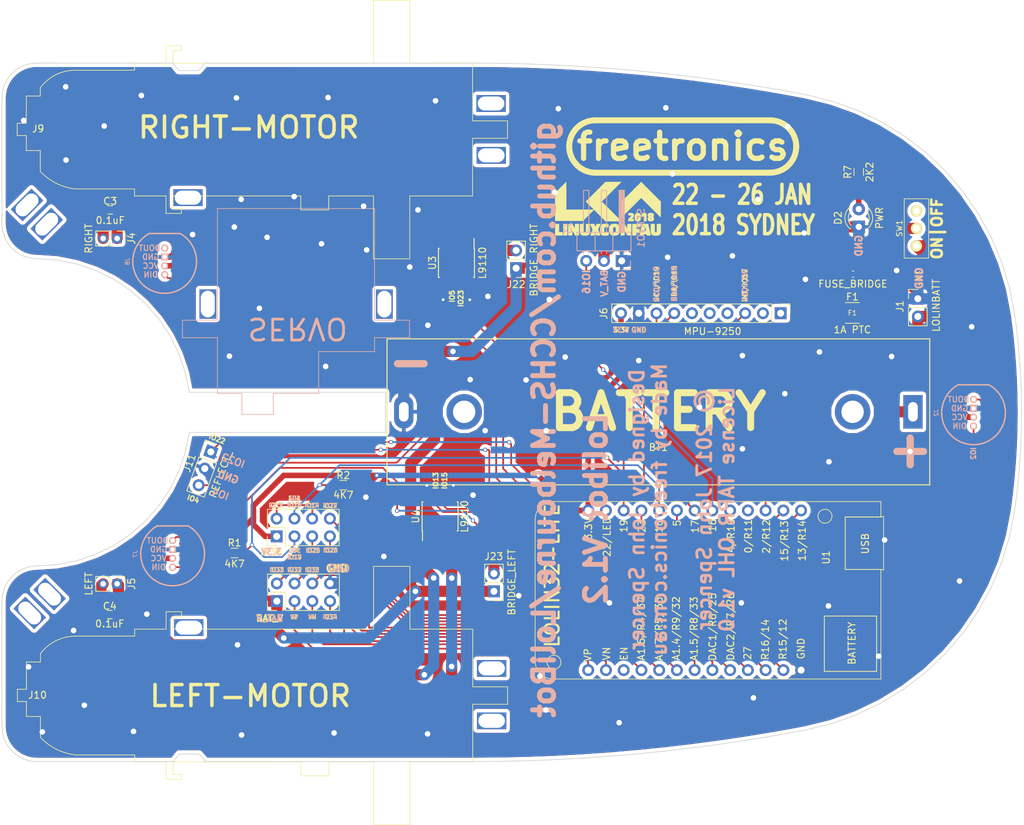
<source format=kicad_pcb>
(kicad_pcb (version 4) (host pcbnew 4.0.6)
  (layers (0 F.Cu signal) (31 B.Cu signal) (34 B.Paste user) (35 F.Paste user) (36 B.SilkS user) (37 F.SilkS user) (38 B.Mask user) (39 F.Mask user) (44 Edge.Cuts user))
  (net 0 "")
  (net 1 GND)
  (net 2 "Net-(BT1-Pad1)")
  (net 3 "Net-(D2-Pad2)")
  (net 4 "Net-(J2-Pad4)")
  (net 5 /IO2)
  (net 6 /FSYNC)
  (net 7 /NCS)
  (net 8 /INT)
  (net 9 /ADO)
  (net 10 /ECL)
  (net 11 /EDA)
  (net 12 /IO18)
  (net 13 /IO19)
  (net 14 +3V3)
  (net 15 "Net-(J7-Pad4)")
  (net 16 /IO22)
  (net 17 /IO23)
  (net 18 /IO5)
  (net 19 /IO16)
  (net 20 /IO4)
  (net 21 /IO0)
  (net 22 /IO15)
  (net 23 /IO13)
  (net 24 /VP)
  (net 25 /VN)
  (net 26 /IO34)
  (net 27 /IO35)
  (net 28 /IO32)
  (net 29 /IO33)
  (net 30 /IO25)
  (net 31 /IO26)
  (net 32 /IO27)
  (net 33 /IO12)
  (net 34 "Net-(J8-Pad4)")
  (net 35 "Net-(J12-Pad1)")
  (net 36 "Net-(J13-Pad1)")
  (net 37 "Net-(J14-Pad1)")
  (net 38 "Net-(J15-Pad1)")
  (net 39 "Net-(J16-Pad1)")
  (net 40 "Net-(J17-Pad1)")
  (net 41 "Net-(J18-Pad1)")
  (net 42 "Net-(J19-Pad1)")
  (net 43 /IO14)
  (net 44 "Net-(C3-Pad1)")
  (net 45 "Net-(C3-Pad2)")
  (net 46 "Net-(C4-Pad1)")
  (net 47 "Net-(C4-Pad2)")
  (net 48 /EN)
  (net 49 /BATT_V)
  (net 50 "Net-(J22-Pad2)")
  (net 51 "Net-(J23-Pad2)")
  (net 52 "Net-(F1-Pad1)")
  (net 53 "Net-(J25-Pad1)")
  (net 54 "Net-(J26-Pad1)")
  (net 55 "Net-(J27-Pad1)")
  (net 56 "Net-(J28-Pad1)")
  (module libs:BH-18650 (layer F.Cu) (at 144.965 89.19)
    (fp_text reference BT1 (at 0 5.08) (layer F.SilkS))
    (fp_text value BATTERY (at 0 0) (layer F.SilkS) (effects (font (size 5 5) (thickness 1))))
    (fp_text user + (at 36.05064 5.31324) (layer F.SilkS) (effects (font (size 5 5) (thickness 1))))
    (fp_text user - (at -35.4402 -7.2496) (layer F.SilkS) (effects (font (size 5 5) (thickness 1))))
    (pad 2 thru_hole oval (at -36.45 0) (size 2.76 4.8) (drill oval 1.38 2.8) (layers *.Cu *.Mask) (net 1 GND))
    (pad "" thru_hole circle (at 27.805 0) (size 5.08 5.08) (drill 3.2) (layers *.Cu *.Mask))
    (pad "" thru_hole circle (at -27.805 0) (size 5.08 5.08) (drill 3.2) (layers *.Cu *.Mask))
    (pad 1 thru_hole rect (at 36.45 0) (size 2.76 4.8) (drill oval 1.38 2.8) (layers *.Cu *.Mask) (net 2 "Net-(BT1-Pad1)"))
  )
  (module LEDs:LED_D3.0mm (layer F.Cu) (at 173.65472 62.70244 90)
    (fp_text reference D2 (at 1.27 -2.96 90) (layer F.SilkS))
    (fp_text value PWR (at 1.27 2.96 90) (layer F.SilkS))
    (pad 1 thru_hole rect (at 0 0 90) (size 1.8 1.8) (drill 0.9) (layers *.Cu *.Mask) (net 1 GND))
    (pad 2 thru_hole circle (at 2.54 0 90) (size 1.8 1.8) (drill 0.9) (layers *.Cu *.Mask) (net 3 "Net-(D2-Pad2)"))
  )
  (module Pin_Headers:Pin_Header_Straight_1x02_Pitch2.54mm (layer F.Cu) (at 182.11292 72.99452)
    (fp_text reference J1 (at -2.57 1.09 90) (layer F.SilkS))
    (fp_text value LOLINBATT (at 2.62 0.96 270) (layer F.SilkS))
    (pad 1 thru_hole rect (at 0 0) (size 1.7 1.7) (drill 1) (layers *.Cu *.Mask) (net 1 GND))
    (pad 2 thru_hole oval (at 0 2.54) (size 1.7 1.7) (drill 1) (layers *.Cu *.Mask) (net 49 /BATT_V))
  )
  (module libs:LED_8MM_APA-106 (layer B.Cu) (at 190.09 89.325 270)
    (fp_text reference J2 (at 0 5.334 270) (layer B.SilkS) (effects (font (size 0.6 0.6) (thickness 0.1)) (justify mirror)))
    (fp_text value APA106 hide)
    (fp_text user DIN (at 1.905 2 540) (layer B.SilkS) (effects (font (size 0.8 0.8)) (justify mirror)))
    (fp_text user VCC (at 0.635 2 540) (layer B.SilkS) (effects (font (size 0.8 0.8)) (justify mirror)))
    (fp_text user GND (at -0.635 2 540) (layer B.SilkS) (effects (font (size 0.8 0.8)) (justify mirror)))
    (fp_text user DOUT (at -1.91 2.16 540) (layer B.SilkS) (effects (font (size 0.8 0.8)) (justify mirror)))
    (pad 2 thru_hole circle (at 0.635 0 270) (size 1 1) (drill 0.6) (layers *.Cu *.Mask B.SilkS) (net 49 /BATT_V))
    (pad 3 thru_hole rect (at -0.635 0 270) (size 1 1) (drill 0.6) (layers *.Cu *.Mask B.SilkS) (net 1 GND))
    (pad 1 thru_hole circle (at 1.905 0 270) (size 1 1) (drill 0.6) (layers *.Cu *.Mask B.SilkS) (net 5 /IO2))
    (pad 4 thru_hole circle (at -1.905 0 270) (size 1 1) (drill 0.6) (layers *.Cu *.Mask B.SilkS) (net 4 "Net-(J2-Pad4)"))
  )
  (module Pin_Headers:Pin_Header_Straight_1x02_Pitch2.00mm (layer F.Cu) (at 67.47256 64.36868 270)
    (fp_text reference J4 (at 0 -2.06 270) (layer F.SilkS))
    (fp_text value RIGHT (at 0 4.06 270) (layer F.SilkS))
    (pad 1 thru_hole rect (at 0 0 270) (size 1.35 1.35) (drill 0.8) (layers *.Cu *.Mask) (net 45 "Net-(C3-Pad2)"))
    (pad 2 thru_hole oval (at 0 2 270) (size 1.35 1.35) (drill 0.8) (layers *.Cu *.Mask) (net 44 "Net-(C3-Pad1)"))
  )
  (module Pin_Headers:Pin_Header_Straight_1x02_Pitch2.00mm (layer F.Cu) (at 67.47256 113.8174 270)
    (fp_text reference J5 (at 0 -2.06 270) (layer F.SilkS))
    (fp_text value LEFT (at 0 4.06 270) (layer F.SilkS))
    (pad 1 thru_hole rect (at 0 0 270) (size 1.35 1.35) (drill 0.8) (layers *.Cu *.Mask) (net 46 "Net-(C4-Pad1)"))
    (pad 2 thru_hole oval (at 0 2 270) (size 1.35 1.35) (drill 0.8) (layers *.Cu *.Mask) (net 47 "Net-(C4-Pad2)"))
  )
  (module Pin_Headers:Pin_Header_Straight_1x10_Pitch2.54mm (layer F.Cu) (at 162.47364 75.07224 270)
    (fp_text reference J6 (at 0.04572 25.33904 270) (layer F.SilkS))
    (fp_text value MPU-9250 (at 2.5908 9.74344 360) (layer F.SilkS))
    (pad 1 thru_hole rect (at 0 0 270) (size 1.7 1.7) (drill 1) (layers *.Cu *.Mask) (net 6 /FSYNC))
    (pad 2 thru_hole oval (at 0 2.54 270) (size 1.7 1.7) (drill 1) (layers *.Cu *.Mask) (net 7 /NCS))
    (pad 3 thru_hole oval (at 0 5.08 270) (size 1.7 1.7) (drill 1) (layers *.Cu *.Mask) (net 8 /INT))
    (pad 4 thru_hole oval (at 0 7.62 270) (size 1.7 1.7) (drill 1) (layers *.Cu *.Mask) (net 9 /ADO))
    (pad 5 thru_hole oval (at 0 10.16 270) (size 1.7 1.7) (drill 1) (layers *.Cu *.Mask) (net 10 /ECL))
    (pad 6 thru_hole oval (at 0 12.7 270) (size 1.7 1.7) (drill 1) (layers *.Cu *.Mask) (net 11 /EDA))
    (pad 7 thru_hole oval (at 0 15.24 270) (size 1.7 1.7) (drill 1) (layers *.Cu *.Mask) (net 12 /IO18))
    (pad 8 thru_hole oval (at 0 17.78 270) (size 1.7 1.7) (drill 1) (layers *.Cu *.Mask) (net 13 /IO19))
    (pad 9 thru_hole oval (at 0 20.32 270) (size 1.7 1.7) (drill 1) (layers *.Cu *.Mask) (net 1 GND))
    (pad 10 thru_hole oval (at 0 22.86 270) (size 1.7 1.7) (drill 1) (layers *.Cu *.Mask) (net 14 +3V3))
  )
  (module libs:LED_8MM_APA-106 (layer B.Cu) (at 75.41768 109.5248 270)
    (fp_text reference J7 (at 0 5.334 270) (layer B.SilkS) (effects (font (size 0.6 0.6) (thickness 0.1)) (justify mirror)))
    (fp_text value APA106 hide)
    (fp_text user DIN (at 1.905 2 540) (layer B.SilkS) (effects (font (size 0.8 0.8)) (justify mirror)))
    (fp_text user VCC (at 0.635 2 540) (layer B.SilkS) (effects (font (size 0.8 0.8)) (justify mirror)))
    (fp_text user GND (at -0.635 2 540) (layer B.SilkS) (effects (font (size 0.8 0.8)) (justify mirror)))
    (fp_text user DOUT (at -1.91 2.16 540) (layer B.SilkS) (effects (font (size 0.8 0.8)) (justify mirror)))
    (pad 2 thru_hole circle (at 0.635 0 270) (size 1 1) (drill 0.6) (layers *.Cu *.Mask B.SilkS) (net 49 /BATT_V))
    (pad 3 thru_hole rect (at -0.635 0 270) (size 1 1) (drill 0.6) (layers *.Cu *.Mask B.SilkS) (net 1 GND))
    (pad 1 thru_hole circle (at 1.905 0 270) (size 1 1) (drill 0.6) (layers *.Cu *.Mask B.SilkS) (net 4 "Net-(J2-Pad4)"))
    (pad 4 thru_hole circle (at -1.905 0 270) (size 1 1) (drill 0.6) (layers *.Cu *.Mask B.SilkS) (net 15 "Net-(J7-Pad4)"))
  )
  (module libs:SS12D00 (layer F.Cu) (at 181.9148 62.93548 90)
    (fp_text reference SW1 (at 0.01 -2.44 90) (layer F.SilkS) (effects (font (size 0.8 0.8) (thickness 0.12))))
    (fp_text value ON|OFF (at -0.01588 2.9464 90) (layer F.SilkS) (effects (font (size 1.5 1.5) (thickness 0.375))))
    (pad 2 thru_hole circle (at 0 0 90) (size 1.6 1.6) (drill 1) (layers *.Cu *.Mask F.SilkS) (net 52 "Net-(F1-Pad1)"))
    (pad 1 thru_hole circle (at -2.5 0 90) (size 1.6 1.6) (drill 1) (layers *.Cu *.Mask F.SilkS) (net 49 /BATT_V))
    (pad 3 thru_hole circle (at 2.5 0 90) (size 1.6 1.6) (drill 1) (layers *.Cu *.Mask F.SilkS))
  )
  (module libs:LED_8MM_APA-106 (layer B.Cu) (at 74.27976 67.65544 270)
    (fp_text reference J8 (at 0 5.334 270) (layer B.SilkS) (effects (font (size 0.6 0.6) (thickness 0.1)) (justify mirror)))
    (fp_text value APA106 hide)
    (fp_text user DIN (at 1.905 2 540) (layer B.SilkS) (effects (font (size 0.8 0.8)) (justify mirror)))
    (fp_text user VCC (at 0.635 2 540) (layer B.SilkS) (effects (font (size 0.8 0.8)) (justify mirror)))
    (fp_text user GND (at -0.635 2 540) (layer B.SilkS) (effects (font (size 0.8 0.8)) (justify mirror)))
    (fp_text user DOUT (at -1.91 2.16 540) (layer B.SilkS) (effects (font (size 0.8 0.8)) (justify mirror)))
    (pad 2 thru_hole circle (at 0.635 0 270) (size 1 1) (drill 0.6) (layers *.Cu *.Mask B.SilkS) (net 49 /BATT_V))
    (pad 3 thru_hole rect (at -0.635 0 270) (size 1 1) (drill 0.6) (layers *.Cu *.Mask B.SilkS) (net 1 GND))
    (pad 1 thru_hole circle (at 1.905 0 270) (size 1 1) (drill 0.6) (layers *.Cu *.Mask B.SilkS) (net 15 "Net-(J7-Pad4)"))
    (pad 4 thru_hole circle (at -1.905 0 270) (size 1 1) (drill 0.6) (layers *.Cu *.Mask B.SilkS) (net 34 "Net-(J8-Pad4)"))
  )
  (module libs:DC-Motor (layer F.Cu) (at 86.49 48.87 180)
    (fp_text reference J9 (at 30.3306 0.20868 180) (layer F.SilkS))
    (fp_text value RIGHT-MOTOR (at 0.16556 0.40172 180) (layer F.SilkS) (effects (font (size 3 3) (thickness 0.5))))
  )
  (module libs:DC-Motor (layer F.Cu) (at 86.51 129.9 180)
    (fp_text reference J10 (at 30.43696 0.1568 180) (layer F.SilkS))
    (fp_text value LEFT-MOTOR (at -0.03288 0.02472 180) (layer F.SilkS) (effects (font (size 3 3) (thickness 0.5))))
  )
  (module libs:lolin32-lite (layer F.Cu) (at 153.34 114.74 90)
    (fp_text reference U1 (at 4.71 15.64 90) (layer F.SilkS))
    (fp_text value LOLIN32-LITE (at 2.1 -23.57 90) (layer F.SilkS) (effects (font (size 2 2) (thickness 0.3))))
    (fp_text user 23 (at 9.2 -10.73 90) (layer F.SilkS))
    (fp_text user 19 (at 9.2 -13.32 90) (layer F.SilkS))
    (fp_text user 22/LED (at 7.64 -15.73 90) (layer F.SilkS))
    (fp_text user 3.3V (at 8.78 -18.38 90) (layer F.SilkS))
    (fp_text user BATTERY (at -7.58 19.33 90) (layer F.SilkS))
    (fp_text user USB (at 6.68 21.24 90) (layer F.SilkS))
    (fp_text user 18 (at 9.17 -8.28 90) (layer F.SilkS))
    (fp_text user 5 (at 9.62 -5.69 90) (layer F.SilkS))
    (fp_text user 16 (at 9.3 -0.62 90) (layer F.SilkS))
    (fp_text user 17 (at 9.12 -3.11 90) (layer F.SilkS))
    (fp_text user VP (at -9.24 -18.47 90) (layer F.SilkS))
    (fp_text user VN (at -9.06 -15.79 90) (layer F.SilkS))
    (fp_text user A1.6/R4/34 (at -5.46 -10.83 90) (layer F.SilkS))
    (fp_text user EN (at -9.06 -13.29 90) (layer F.SilkS))
    (fp_text user A1.7/R5/35 (at -5.5 -8.28 90) (layer F.SilkS))
    (fp_text user A1.4/R9/32 (at -5.46 -5.82 90) (layer F.SilkS))
    (fp_text user A1.5/R8/33 (at -5.5 -3.27 90) (layer F.SilkS))
    (fp_text user DAC1/R6/25 (at -5.22 -0.61 90) (layer F.SilkS))
    (fp_text user DAC2/R7/26 (at -5.17 1.97 90) (layer F.SilkS))
    (fp_text user 4/R10 (at 7.8 2.03 90) (layer F.SilkS))
    (fp_text user 0/R11 (at 7.75 4.51 90) (layer F.SilkS))
    (fp_text user 15/R13 (at 7.05 9.68 90) (layer F.SilkS))
    (fp_text user 2/R12 (at 7.69 7.09 90) (layer F.SilkS))
    (fp_text user 13/R14 (at 7.1 12.21 90) (layer F.SilkS))
    (fp_text user 27 (at -8.99 4.4 90) (layer F.SilkS))
    (fp_text user R15/12 (at -7 9.46 90) (layer F.SilkS))
    (fp_text user R16/14 (at -7.05 6.93 90) (layer F.SilkS))
    (fp_text user GND (at -8.35 12.05 90) (layer F.SilkS))
    (pad 26 thru_hole circle (at 11.43 -18.42 90) (size 1.7 1.7) (drill 1) (layers *.Cu *.Mask) (net 14 +3V3))
    (pad 25 thru_hole circle (at 11.43 -15.88 90) (size 1.7 1.7) (drill 1) (layers *.Cu *.Mask) (net 16 /IO22))
    (pad 24 thru_hole circle (at 11.43 -13.34 90) (size 1.7 1.7) (drill 1) (layers *.Cu *.Mask) (net 13 /IO19))
    (pad 23 thru_hole circle (at 11.43 -10.8 90) (size 1.7 1.7) (drill 1) (layers *.Cu *.Mask) (net 17 /IO23))
    (pad 22 thru_hole circle (at 11.43 -8.26 90) (size 1.7 1.7) (drill 1) (layers *.Cu *.Mask) (net 12 /IO18))
    (pad 21 thru_hole circle (at 11.43 -5.72 90) (size 1.7 1.7) (drill 1) (layers *.Cu *.Mask) (net 18 /IO5))
    (pad 20 thru_hole circle (at 11.43 -3.18 90) (size 1.7 1.7) (drill 1) (layers *.Cu *.Mask) (net 8 /INT))
    (pad 19 thru_hole circle (at 11.43 -0.64 90) (size 1.7 1.7) (drill 1) (layers *.Cu *.Mask) (net 19 /IO16))
    (pad 18 thru_hole circle (at 11.43 1.9 90) (size 1.7 1.7) (drill 1) (layers *.Cu *.Mask) (net 20 /IO4))
    (pad 17 thru_hole circle (at 11.43 4.44 90) (size 1.7 1.7) (drill 1) (layers *.Cu *.Mask) (net 21 /IO0))
    (pad 16 thru_hole circle (at 11.43 6.98 90) (size 1.7 1.7) (drill 1) (layers *.Cu *.Mask) (net 5 /IO2))
    (pad 15 thru_hole circle (at 11.43 9.52 90) (size 1.7 1.7) (drill 1) (layers *.Cu *.Mask) (net 22 /IO15))
    (pad 14 thru_hole circle (at 11.43 12.06 90) (size 1.7 1.7) (drill 1) (layers *.Cu *.Mask) (net 23 /IO13))
    (pad 1 thru_hole circle (at -11.43 -18.42 90) (size 1.7 1.7) (drill 1) (layers *.Cu *.Mask) (net 24 /VP))
    (pad 2 thru_hole circle (at -11.43 -15.88 90) (size 1.7 1.7) (drill 1) (layers *.Cu *.Mask) (net 25 /VN))
    (pad 3 thru_hole circle (at -11.43 -13.34 90) (size 1.7 1.7) (drill 1) (layers *.Cu *.Mask) (net 48 /EN))
    (pad 4 thru_hole circle (at -11.43 -10.8 90) (size 1.7 1.7) (drill 1) (layers *.Cu *.Mask) (net 26 /IO34))
    (pad 5 thru_hole circle (at -11.43 -8.26 90) (size 1.7 1.7) (drill 1) (layers *.Cu *.Mask) (net 27 /IO35))
    (pad 6 thru_hole circle (at -11.43 -5.72 90) (size 1.7 1.7) (drill 1) (layers *.Cu *.Mask) (net 28 /IO32))
    (pad 7 thru_hole circle (at -11.43 -3.18 90) (size 1.7 1.7) (drill 1) (layers *.Cu *.Mask) (net 29 /IO33))
    (pad 8 thru_hole circle (at -11.43 -0.64 90) (size 1.7 1.7) (drill 1) (layers *.Cu *.Mask) (net 30 /IO25))
    (pad 9 thru_hole circle (at -11.43 1.9 90) (size 1.7 1.7) (drill 1) (layers *.Cu *.Mask) (net 31 /IO26))
    (pad 10 thru_hole circle (at -11.43 4.44 90) (size 1.7 1.7) (drill 1) (layers *.Cu *.Mask) (net 32 /IO27))
    (pad 11 thru_hole circle (at -11.43 6.98 90) (size 1.7 1.7) (drill 1) (layers *.Cu *.Mask) (net 43 /IO14))
    (pad 12 thru_hole circle (at -11.43 9.52 90) (size 1.7 1.7) (drill 1) (layers *.Cu *.Mask) (net 33 /IO12))
    (pad 13 thru_hole circle (at -11.43 12.06 90) (size 1.7 1.7) (drill 1) (layers *.Cu *.Mask) (net 1 GND))
  )
  (module Pin_Headers:Pin_Header_Straight_1x03_Pitch2.54mm (layer F.Cu) (at 80.88884 94.92488 340)
    (fp_text reference J11 (at -2.32156 2.54 430) (layer F.SilkS))
    (fp_text value REFLECT_ (at 2.43332 2.54 430) (layer F.SilkS))
    (pad 1 thru_hole rect (at 0 0 340) (size 1.7 1.7) (drill 1) (layers *.Cu *.Mask) (net 16 /IO22))
    (pad 2 thru_hole oval (at 0 2.54 340) (size 1.7 1.7) (drill 1) (layers *.Cu *.Mask) (net 1 GND))
    (pad 3 thru_hole oval (at 0 5.08 340) (size 1.7 1.7) (drill 1) (layers *.Cu *.Mask) (net 20 /IO4))
  )
  (module Mounting_Holes:MountingHole_3.2mm_M3_Pad (layer F.Cu) (at 105.73004 73.76668)
    (fp_text reference J12 hide)
    (fp_text value MECH hide)
    (pad 1 thru_hole rect (at 0 0) (size 2.4 4.2) (drill oval 2 3.8) (layers *.Cu *.Mask) (net 35 "Net-(J12-Pad1)"))
  )
  (module Mounting_Holes:MountingHole_3.2mm_M3_Pad (layer F.Cu) (at 121.08688 125.92304)
    (fp_text reference J13 hide)
    (fp_text value MECH hide)
    (pad 1 thru_hole rect (at 0 0) (size 4.2 2.4) (drill oval 3.8 2) (layers *.Cu *.Mask) (net 36 "Net-(J13-Pad1)"))
  )
  (module Mounting_Holes:MountingHole_3.2mm_M3_Pad (layer F.Cu) (at 121.09196 133.43128)
    (fp_text reference J14 hide)
    (fp_text value MECH hide)
    (pad 1 thru_hole rect (at 0 0) (size 4.2 2.4) (drill oval 3.8 2) (layers *.Cu *.Mask) (net 37 "Net-(J14-Pad1)"))
  )
  (module Mounting_Holes:MountingHole_3.2mm_M3_Pad (layer F.Cu) (at 80.45704 73.75652)
    (fp_text reference J15 hide)
    (fp_text value MECH hide)
    (pad 1 thru_hole rect (at 0 0) (size 2.4 4.2) (drill oval 2 3.8) (layers *.Cu *.Mask) (net 38 "Net-(J15-Pad1)"))
  )
  (module Mounting_Holes:MountingHole_3.2mm_M3_Pad (layer F.Cu) (at 77.73416 120.08612)
    (fp_text reference J16 hide)
    (fp_text value MECH hide)
    (pad 1 thru_hole rect (at 0 0) (size 4.2 2.4) (drill oval 3.8 2) (layers *.Cu *.Mask) (net 39 "Net-(J16-Pad1)"))
  )
  (module Mounting_Holes:MountingHole_3.2mm_M3_Pad (layer F.Cu) (at 77.61732 58.52668)
    (fp_text reference J17 hide)
    (fp_text value MECH hide)
    (pad 1 thru_hole rect (at 0 0) (size 4.2 2.4) (drill oval 3.8 2) (layers *.Cu *.Mask) (net 40 "Net-(J17-Pad1)"))
  )
  (module Mounting_Holes:MountingHole_3.2mm_M3_Pad (layer F.Cu) (at 121.04116 52.46624)
    (fp_text reference J18 hide)
    (fp_text value MECH hide)
    (pad 1 thru_hole rect (at 0 0) (size 4.2 2.4) (drill oval 3.8 2) (layers *.Cu *.Mask) (net 41 "Net-(J18-Pad1)"))
  )
  (module Mounting_Holes:MountingHole_3.2mm_M3_Pad (layer F.Cu) (at 121.01068 45.04436)
    (fp_text reference J19 hide)
    (fp_text value MECH hide)
    (pad 1 thru_hole rect (at 0 0) (size 4.2 2.4) (drill oval 3.8 2) (layers *.Cu *.Mask) (net 42 "Net-(J19-Pad1)"))
  )
  (module Housings_SOIC:SOIC-8_3.9x4.9mm_Pitch1.27mm (layer F.Cu) (at 116.0526 67.86372 270)
    (fp_text reference U3 (at 0.00508 3.43916 270) (layer F.SilkS))
    (fp_text value L9110 (at 0.00508 -3.71856 270) (layer F.SilkS))
    (pad 1 smd rect (at -2.7 -1.905 270) (size 1.55 0.6) (layers F.Cu F.Paste F.Mask) (net 44 "Net-(C3-Pad1)"))
    (pad 2 smd rect (at -2.7 -0.635 270) (size 1.55 0.6) (layers F.Cu F.Paste F.Mask) (net 50 "Net-(J22-Pad2)"))
    (pad 3 smd rect (at -2.7 0.635 270) (size 1.55 0.6) (layers F.Cu F.Paste F.Mask) (net 50 "Net-(J22-Pad2)"))
    (pad 4 smd rect (at -2.7 1.905 270) (size 1.55 0.6) (layers F.Cu F.Paste F.Mask) (net 45 "Net-(C3-Pad2)"))
    (pad 5 smd rect (at 2.7 1.905 270) (size 1.55 0.6) (layers F.Cu F.Paste F.Mask) (net 1 GND))
    (pad 6 smd rect (at 2.7 0.635 270) (size 1.55 0.6) (layers F.Cu F.Paste F.Mask) (net 18 /IO5))
    (pad 7 smd rect (at 2.7 -0.635 270) (size 1.55 0.6) (layers F.Cu F.Paste F.Mask) (net 17 /IO23))
    (pad 8 smd rect (at 2.7 -1.905 270) (size 1.55 0.6) (layers F.Cu F.Paste F.Mask) (net 1 GND))
  )
  (module Housings_SOIC:SOIC-8_3.9x4.9mm_Pitch1.27mm (layer F.Cu) (at 113.71072 104.16032 90)
    (fp_text reference U4 (at 0 -3.5 90) (layer F.SilkS))
    (fp_text value L9110 (at 0 3.5 90) (layer F.SilkS))
    (pad 1 smd rect (at -2.7 -1.905 90) (size 1.55 0.6) (layers F.Cu F.Paste F.Mask) (net 46 "Net-(C4-Pad1)"))
    (pad 2 smd rect (at -2.7 -0.635 90) (size 1.55 0.6) (layers F.Cu F.Paste F.Mask) (net 51 "Net-(J23-Pad2)"))
    (pad 3 smd rect (at -2.7 0.635 90) (size 1.55 0.6) (layers F.Cu F.Paste F.Mask) (net 51 "Net-(J23-Pad2)"))
    (pad 4 smd rect (at -2.7 1.905 90) (size 1.55 0.6) (layers F.Cu F.Paste F.Mask) (net 47 "Net-(C4-Pad2)"))
    (pad 5 smd rect (at 2.7 1.905 90) (size 1.55 0.6) (layers F.Cu F.Paste F.Mask) (net 1 GND))
    (pad 6 smd rect (at 2.7 0.635 90) (size 1.55 0.6) (layers F.Cu F.Paste F.Mask) (net 22 /IO15))
    (pad 7 smd rect (at 2.7 -0.635 90) (size 1.55 0.6) (layers F.Cu F.Paste F.Mask) (net 23 /IO13))
    (pad 8 smd rect (at 2.7 -1.905 90) (size 1.55 0.6) (layers F.Cu F.Paste F.Mask) (net 1 GND))
  )
  (module Pin_Headers:Pin_Header_Straight_2x04_Pitch2.54mm (layer F.Cu) (at 90.33764 116.29136 90)
    (fp_text reference J20 hide)
    (fp_text value CONN_01X08 hide)
    (pad 1 thru_hole rect (at 0 0 90) (size 1.7 1.7) (drill 1) (layers *.Cu *.Mask) (net 49 /BATT_V))
    (pad 2 thru_hole oval (at 2.54 0 90) (size 1.7 1.7) (drill 1) (layers *.Cu *.Mask) (net 29 /IO33))
    (pad 3 thru_hole oval (at 0 2.54 90) (size 1.7 1.7) (drill 1) (layers *.Cu *.Mask) (net 24 /VP))
    (pad 4 thru_hole oval (at 2.54 2.54 90) (size 1.7 1.7) (drill 1) (layers *.Cu *.Mask) (net 28 /IO32))
    (pad 5 thru_hole oval (at 0 5.08 90) (size 1.7 1.7) (drill 1) (layers *.Cu *.Mask) (net 25 /VN))
    (pad 6 thru_hole oval (at 2.54 5.08 90) (size 1.7 1.7) (drill 1) (layers *.Cu *.Mask) (net 27 /IO35))
    (pad 7 thru_hole oval (at 0 7.62 90) (size 1.7 1.7) (drill 1) (layers *.Cu *.Mask) (net 26 /IO34))
    (pad 8 thru_hole oval (at 2.54 7.62 90) (size 1.7 1.7) (drill 1) (layers *.Cu *.Mask) (net 1 GND))
  )
  (module Pin_Headers:Pin_Header_Angled_1x03_Pitch2.54mm (layer B.Cu) (at 139.71524 67.57924 90)
    (fp_text reference J3 (at 4.73964 -7.68604 90) (layer B.SilkS) (effects (justify mirror)))
    (fp_text value SERVO1 (at 4.699 2.7686 90) (layer B.SilkS) (effects (justify mirror)))
    (pad 1 thru_hole rect (at 0 0 90) (size 1.7 1.7) (drill 1) (layers *.Cu *.Mask) (net 1 GND))
    (pad 2 thru_hole oval (at 0 -2.54 90) (size 1.7 1.7) (drill 1) (layers *.Cu *.Mask) (net 49 /BATT_V))
    (pad 3 thru_hole oval (at 0 -5.08 90) (size 1.7 1.7) (drill 1) (layers *.Cu *.Mask) (net 19 /IO16))
  )
  (module Pin_Headers:Pin_Header_Straight_1x02_Pitch2.54mm (layer F.Cu) (at 124.59716 68.62064 180)
    (fp_text reference J22 (at 0 -2.33 180) (layer F.SilkS))
    (fp_text value BRIDGE_RIGHT (at -2.55016 1.17348 270) (layer F.SilkS))
    (pad 1 thru_hole rect (at 0 0 180) (size 1.7 1.7) (drill 1) (layers *.Cu *.Mask) (net 49 /BATT_V))
    (pad 2 thru_hole oval (at 0 2.54 180) (size 1.7 1.7) (drill 1) (layers *.Cu *.Mask) (net 50 "Net-(J22-Pad2)"))
  )
  (module Pin_Headers:Pin_Header_Straight_1x02_Pitch2.54mm (layer F.Cu) (at 121.42216 114.8842 180)
    (fp_text reference J23 (at 0.01524 4.98348 180) (layer F.SilkS))
    (fp_text value BRIDGE_LEFT (at -2.53492 1.30048 270) (layer F.SilkS))
    (pad 1 thru_hole rect (at 0 0 180) (size 1.7 1.7) (drill 1) (layers *.Cu *.Mask) (net 49 /BATT_V))
    (pad 2 thru_hole oval (at 0 2.54 180) (size 1.7 1.7) (drill 1) (layers *.Cu *.Mask) (net 51 "Net-(J23-Pad2)"))
  )
  (module Resistors_SMD:R_1210_HandSoldering (layer F.Cu) (at 172.74032 75.0316)
    (fp_text reference F1 (at 0 -2.3) (layer F.SilkS))
    (fp_text value "1A PTC" (at 0 2.4) (layer F.SilkS))
    (fp_text user %R (at 0 0) (layer F.SilkS) (effects (font (size 0.7 0.7) (thickness 0.105))))
    (pad 1 smd rect (at -2 0) (size 2 2.5) (layers F.Cu F.Paste F.Mask) (net 52 "Net-(F1-Pad1)"))
    (pad 2 smd rect (at 2 0) (size 2 2.5) (layers F.Cu F.Paste F.Mask) (net 2 "Net-(BT1-Pad1)"))
  )
  (module Mounting_Holes:MountingHole_3.2mm_M3_Pad (layer F.Cu) (at 54.95544 117.99316 315)
    (fp_text reference J25 hide)
    (fp_text value MECH hide)
    (pad 1 thru_hole rect (at 0 0 315) (size 4.2 2.4) (drill oval 3.8 2) (layers *.Cu *.Mask) (net 53 "Net-(J25-Pad1)"))
  )
  (module Mounting_Holes:MountingHole_3.2mm_M3_Pad (layer F.Cu) (at 54.57444 59.56808 45)
    (fp_text reference J26 hide)
    (fp_text value MECH hide)
    (pad 1 thru_hole rect (at 0 0 45) (size 4.2 2.4) (drill oval 3.8 2) (layers *.Cu *.Mask) (net 54 "Net-(J26-Pad1)"))
  )
  (module libs:bridge (layer F.Cu) (at 172.83176 69.47408)
    (fp_text reference J24 hide)
    (fp_text value FUSE_BRIDGE (at -0.02032 1.40208) (layer F.SilkS))
    (pad 1 smd rect (at -0.62 0) (size 1 1.6) (layers F.Cu F.Paste F.Mask) (net 52 "Net-(F1-Pad1)"))
    (pad 2 smd rect (at 0.62 0) (size 1 1.6) (layers F.Cu F.Paste F.Mask) (net 2 "Net-(BT1-Pad1)"))
  )
  (module Mounting_Holes:MountingHole_3.2mm_M3_Pad (layer F.Cu) (at 57.80024 115.29568 315)
    (fp_text reference J27 hide)
    (fp_text value MECH hide)
    (pad 1 thru_hole rect (at 0 0 315) (size 4.2 2.4) (drill oval 3.8 2) (layers *.Cu *.Mask) (net 55 "Net-(J27-Pad1)"))
  )
  (module Mounting_Holes:MountingHole_3.2mm_M3_Pad (layer F.Cu) (at 57.39384 62.32144 45)
    (fp_text reference J28 hide)
    (fp_text value MECH hide)
    (pad 1 thru_hole rect (at 0 0 45) (size 4.2 2.4) (drill oval 3.8 2) (layers *.Cu *.Mask) (net 56 "Net-(J28-Pad1)"))
  )
  (module Capacitors_SMD:C_0603_HandSoldering (layer F.Cu) (at 66.48196 60.27928)
    (fp_text reference C3 (at 0 -1.25) (layer F.SilkS))
    (fp_text value 0.1uF (at 0 1.5) (layer F.SilkS))
    (pad 1 smd rect (at -0.95 0) (size 1.2 0.75) (layers F.Cu F.Paste F.Mask) (net 44 "Net-(C3-Pad1)"))
    (pad 2 smd rect (at 0.95 0) (size 1.2 0.75) (layers F.Cu F.Paste F.Mask) (net 45 "Net-(C3-Pad2)"))
  )
  (module Capacitors_SMD:C_0603_HandSoldering (layer F.Cu) (at 66.41592 118.2116 180)
    (fp_text reference C4 (at -0.00508 1.20396 180) (layer F.SilkS))
    (fp_text value 0.1uF (at 0.00508 -1.3208 180) (layer F.SilkS))
    (pad 1 smd rect (at -0.95 0 180) (size 1.2 0.75) (layers F.Cu F.Paste F.Mask) (net 46 "Net-(C4-Pad1)"))
    (pad 2 smd rect (at 0.95 0 180) (size 1.2 0.75) (layers F.Cu F.Paste F.Mask) (net 47 "Net-(C4-Pad2)"))
  )
  (module libs:LCA2018_LOGO (layer F.Cu) (at 137.73912 60.11164)
    (fp_text reference J31 hide)
    (fp_text value LCA_LOGO hide)
  )
  (module Resistors_SMD:R_0603_HandSoldering (layer F.Cu) (at 173.65472 54.85384 270)
    (fp_text reference R7 (at 0 1.5748 270) (layer F.SilkS))
    (fp_text value 2K2 (at 0.00508 -1.56464 270) (layer F.SilkS))
    (pad 1 smd rect (at -1.1 0 270) (size 1.2 0.9) (layers F.Cu F.Paste F.Mask) (net 49 /BATT_V))
    (pad 2 smd rect (at 1.1 0 270) (size 1.2 0.9) (layers F.Cu F.Paste F.Mask) (net 3 "Net-(D2-Pad2)"))
  )
  (module libs:LOGO_FREETRONICS_33mm (layer F.Cu) (at 148.45284 51.20132 180)
    (fp_text reference J32 hide)
    (fp_text value FREETRONICS_LOGO hide)
    (fp_text user freetronics (at 0 0 180) (layer F.SilkS) (effects (font (size 3.75 3.75) (thickness 0.75))))
  )
  (module Pin_Headers:Pin_Header_Straight_2x04_Pitch2.54mm (layer F.Cu) (at 90.31732 107.01528 90)
    (fp_text reference J21 hide)
    (fp_text value CONN_01X08 hide)
    (pad 1 thru_hole rect (at 0 0 90) (size 1.7 1.7) (drill 1) (layers *.Cu *.Mask) (net 14 +3V3))
    (pad 2 thru_hole oval (at 2.54 0 90) (size 1.7 1.7) (drill 1) (layers *.Cu *.Mask) (net 33 /IO12))
    (pad 3 thru_hole oval (at 0 2.54 90) (size 1.7 1.7) (drill 1) (layers *.Cu *.Mask) (net 13 /IO19))
    (pad 4 thru_hole oval (at 2.54 2.54 90) (size 1.7 1.7) (drill 1) (layers *.Cu *.Mask) (net 12 /IO18))
    (pad 5 thru_hole oval (at 0 5.08 90) (size 1.7 1.7) (drill 1) (layers *.Cu *.Mask) (net 30 /IO25))
    (pad 6 thru_hole oval (at 2.54 5.08 90) (size 1.7 1.7) (drill 1) (layers *.Cu *.Mask) (net 43 /IO14))
    (pad 7 thru_hole oval (at 0 7.62 90) (size 1.7 1.7) (drill 1) (layers *.Cu *.Mask) (net 31 /IO26))
    (pad 8 thru_hole oval (at 2.54 7.62 90) (size 1.7 1.7) (drill 1) (layers *.Cu *.Mask) (net 32 /IO27))
  )
  (module Resistors_SMD:R_0603_HandSoldering (layer F.Cu) (at 84.28228 109.40288)
    (fp_text reference R1 (at 0 -1.45) (layer F.SilkS))
    (fp_text value 4K7 (at 0 1.55) (layer F.SilkS))
    (pad 1 smd rect (at -1.1 0) (size 1.2 0.9) (layers F.Cu F.Paste F.Mask) (net 14 +3V3))
    (pad 2 smd rect (at 1.1 0) (size 1.2 0.9) (layers F.Cu F.Paste F.Mask) (net 13 /IO19))
  )
  (module Resistors_SMD:R_0603_HandSoldering (layer F.Cu) (at 99.85756 99.67976 180)
    (fp_text reference R2 (at 0.00508 1.39192 180) (layer F.SilkS))
    (fp_text value 4K7 (at -0.00508 -1.41732 180) (layer F.SilkS))
    (pad 1 smd rect (at -1.1 0 180) (size 1.2 0.9) (layers F.Cu F.Paste F.Mask) (net 14 +3V3))
    (pad 2 smd rect (at 1.1 0 180) (size 1.2 0.9) (layers F.Cu F.Paste F.Mask) (net 12 /IO18))
  )
  (gr_line (start 80.11 139.25) (end 118.36 139.26) (layer Edge.Cuts) (width 0.1))
  (gr_line (start 80.04556 39.26508) (end 118.364 39.26) (layer Edge.Cuts) (width 0.1))
  (gr_line (start 79.20228 138.191256) (end 80.1116 139.247896) (layer Edge.Cuts) (width 0.1))
  (gr_line (start 76.36256 138.191256) (end 79.20228 138.191256) (layer Edge.Cuts) (width 0.1))
  (gr_line (start 75.5 139.26) (end 76.36256 138.191256) (layer Edge.Cuts) (width 0.1))
  (gr_line (start 79.13624 40.32504) (end 80.04556 39.2684) (layer Edge.Cuts) (width 0.1))
  (gr_line (start 76.29652 40.32504) (end 79.13624 40.32504) (layer Edge.Cuts) (width 0.1))
  (gr_line (start 75.438 39.26332) (end 76.29652 40.32504) (layer Edge.Cuts) (width 0.1))
  (gr_text IO4 (at 80.95996 100.5078 340) (layer B.SilkS) (effects (font (size 1 1) (thickness 0.2)) (justify right mirror)))
  (gr_text IO4 (at 78.36916 101.68128 340) (layer F.SilkS) (effects (font (size 0.7 0.7) (thickness 0.175))))
  (gr_text IO22 (at 81.77784 93.0656 340) (layer F.SilkS) (effects (font (size 0.7 0.7) (thickness 0.175))))
  (gr_text IO22 (at 85.81644 96.8248 340) (layer B.SilkS) (effects (font (size 1 1) (thickness 0.2)) (justify left mirror)))
  (gr_text "SDL\nIO19" (at 92.87764 109.50448) (layer B.SilkS) (effects (font (size 0.6 0.6)) (justify mirror)))
  (gr_text "SDL\nIO19" (at 92.87764 109.51464) (layer F.SilkS) (effects (font (size 0.6 0.6))))
  (gr_text "SDA\nIO18" (at 92.84208 102.04196) (layer F.SilkS) (effects (font (size 0.6 0.6))))
  (gr_text "SDA\nIO18" (at 92.84716 102.04704) (layer B.SilkS) (effects (font (size 0.6 0.6)) (justify mirror)))
  (gr_text INT/IO17 (at 157.36316 73.54316 90) (layer B.SilkS) (effects (font (size 0.7 0.7) (thickness 0.175)) (justify right mirror)))
  (gr_text SDA/IO18 (at 147.23872 73.4822 90) (layer F.SilkS) (effects (font (size 0.7 0.7) (thickness 0.175)) (justify left)))
  (gr_text SCL/IO19 (at 144.69872 73.55332 90) (layer B.SilkS) (effects (font (size 0.7 0.7) (thickness 0.175)) (justify right mirror)))
  (gr_text INT/IO17 (at 157.36316 73.55332 90) (layer F.SilkS) (effects (font (size 0.7 0.7) (thickness 0.175)) (justify left)))
  (gr_text SDA/IO18 (at 147.2438 73.47204 90) (layer B.SilkS) (effects (font (size 0.7 0.7) (thickness 0.175)) (justify right mirror)))
  (gr_text SCL/IO19 (at 144.69872 73.54824 90) (layer F.SilkS) (effects (font (size 0.7 0.7) (thickness 0.175)) (justify left)))
  (gr_text GND (at 142.17396 77.46492) (layer F.SilkS) (effects (font (size 0.7 0.7) (thickness 0.175))))
  (gr_text 3.3V (at 139.61872 77.45476) (layer F.SilkS) (effects (font (size 0.7 0.7) (thickness 0.175))))
  (gr_text "22 - 26 JAN\n2018 SYDNEY" (at 146.61388 60.27928) (layer F.SilkS) (effects (font (size 2.7 2) (thickness 0.5)) (justify left)))
  (gr_text "Designed by John Spencer\nMade by freetronics.com.au\n\n© 2017 John Spencer\nLicense TAPR OHL v1.0" (at 148.336 103.16972 90) (layer B.SilkS) (effects (font (size 2 2) (thickness 0.4)) (justify mirror)))
  (gr_text "Lolibot V1.2" (at 136.02716 103.0986 90) (layer B.SilkS) (effects (font (size 3 3) (thickness 0.7)) (justify mirror)))
  (gr_text github.com/CCHS-Melbourne/LoliBot (at 128.59512 47.25924 90) (layer B.SilkS) (effects (font (size 3 3) (thickness 0.7)) (justify left mirror)))
  (gr_text VP (at 92.82176 118.58244) (layer B.SilkS) (effects (font (size 0.6 0.6)) (justify mirror)))
  (gr_text VN (at 95.41256 118.5418) (layer B.SilkS) (effects (font (size 0.6 0.6)) (justify mirror)))
  (gr_text IO34 (at 97.96272 118.5418) (layer B.SilkS) (effects (font (size 0.6 0.6)) (justify mirror)))
  (gr_text IO34 (at 97.96272 118.56212) (layer F.SilkS) (effects (font (size 0.6 0.6))))
  (gr_text VN (at 95.43288 118.5418) (layer F.SilkS) (effects (font (size 0.6 0.6))))
  (gr_text VP (at 92.82176 118.58244) (layer F.SilkS) (effects (font (size 0.6 0.6))))
  (gr_text IO35 (at 95.41256 111.82096) (layer B.SilkS) (effects (font (size 0.6 0.6)) (justify mirror)))
  (gr_text IO32 (at 92.87256 111.82096) (layer B.SilkS) (effects (font (size 0.6 0.6)) (justify mirror)))
  (gr_text IO33 (at 90.33764 111.80064) (layer B.SilkS) (effects (font (size 0.6 0.6)) (justify mirror)))
  (gr_text IO33 (at 90.33764 111.82096) (layer F.SilkS) (effects (font (size 0.6 0.6))))
  (gr_text IO32 (at 92.87256 111.82096) (layer F.SilkS) (effects (font (size 0.6 0.6))))
  (gr_text IO35 (at 95.39224 111.82096) (layer F.SilkS) (effects (font (size 0.6 0.6))))
  (gr_text IO2 (at 190.06312 94.17304 90) (layer B.SilkS) (effects (font (size 0.7 0.7) (thickness 0.175)) (justify left mirror)))
  (gr_text IO27 (at 97.9678 102.62616) (layer B.SilkS) (effects (font (size 0.6 0.6)) (justify mirror)))
  (gr_text IO14 (at 95.37192 102.58552) (layer B.SilkS) (effects (font (size 0.6 0.6)) (justify mirror)))
  (gr_text IO27 (at 97.9678 102.62616) (layer F.SilkS) (effects (font (size 0.6 0.6))))
  (gr_text IO14 (at 95.37192 102.58552) (layer F.SilkS) (effects (font (size 0.6 0.6))))
  (gr_text IO26 (at 98.02876 109.00664) (layer B.SilkS) (effects (font (size 0.6 0.6)) (justify mirror)))
  (gr_text IO26 (at 98.02876 109.00664) (layer F.SilkS) (effects (font (size 0.6 0.6))))
  (gr_text IO25 (at 95.504 109.02696) (layer B.SilkS) (effects (font (size 0.6 0.6)) (justify mirror)))
  (gr_text IO25 (at 95.50908 109.03204) (layer F.SilkS) (effects (font (size 0.6 0.6))))
  (gr_text IO12 (at 90.21572 102.5652) (layer B.SilkS) (effects (font (size 0.6 0.6)) (justify mirror)))
  (gr_text IO12 (at 90.21572 102.5652) (layer F.SilkS) (effects (font (size 0.6 0.6))))
  (gr_text 3.3V (at 89.5858 109.24032) (layer B.SilkS) (effects (font (size 0.9 0.9) (thickness 0.225)) (justify mirror)))
  (gr_text BAT_V (at 89.31656 118.75008) (layer F.SilkS) (effects (font (size 0.9 0.9) (thickness 0.225))))
  (gr_text BAT_V (at 89.31656 118.75008) (layer B.SilkS) (effects (font (size 0.9 0.9) (thickness 0.225)) (justify mirror)))
  (gr_text 3.3V (at 89.55024 109.24032) (layer F.SilkS) (effects (font (size 0.9 0.9) (thickness 0.225))))
  (gr_text GND (at 100.60432 111.61268) (layer F.SilkS) (effects (font (size 1 1) (thickness 0.25)) (justify right)))
  (gr_text GND (at 97.56648 111.61776) (layer B.SilkS) (effects (font (size 1 1) (thickness 0.25)) (justify right mirror)))
  (gr_text GND (at 81.78292 97.97796 340) (layer B.SilkS) (effects (font (size 1 1) (thickness 0.25)) (justify right mirror)))
  (gr_text IO15 (at 114.3508 100.36556 90) (layer F.SilkS) (effects (font (size 0.7 0.7) (thickness 0.175)) (justify left)))
  (gr_text IO13 (at 113.09096 100.36556 90) (layer F.SilkS) (effects (font (size 0.7 0.7) (thickness 0.175)) (justify left)))
  (gr_text IO23 (at 116.68252 71.64324 90) (layer F.SilkS) (effects (font (size 0.7 0.7) (thickness 0.175)) (justify right)))
  (gr_text IO5 (at 115.43284 71.66864 90) (layer F.SilkS) (effects (font (size 0.7 0.7) (thickness 0.175)) (justify right)))
  (gr_text 3.3V (at 139.61872 77.45984) (layer B.SilkS) (effects (font (size 0.7 0.7) (thickness 0.175)) (justify mirror)))
  (gr_text GND (at 142.17904 77.46492) (layer B.SilkS) (effects (font (size 0.7 0.7) (thickness 0.175)) (justify mirror)))
  (gr_text GND (at 182.2958 70.05828 90) (layer F.SilkS) (effects (font (size 1 1) (thickness 0.25))))
  (gr_text GND (at 182.30088 70.06336 90) (layer B.SilkS) (effects (font (size 1 1) (thickness 0.25)) (justify mirror)))
  (gr_text - (at 109.52988 81.93532) (layer B.SilkS) (effects (font (size 5 5) (thickness 1)) (justify mirror)))
  (gr_text + (at 181.01564 94.49816) (layer B.SilkS) (effects (font (size 5 5) (thickness 1)) (justify mirror)))
  (gr_text GND (at 173.65472 65.41008 90) (layer B.SilkS) (effects (font (size 1 1) (thickness 0.25)) (justify mirror)))
  (gr_text BAT_V (at 137.22096 70.7898 90) (layer B.SilkS) (effects (font (size 0.9 0.9) (thickness 0.225)) (justify mirror)))
  (gr_text IO16 (at 134.66064 70.57136 90) (layer B.SilkS) (effects (font (size 1 1) (thickness 0.25)) (justify mirror)))
  (gr_text GND (at 139.73556 70.57136 90) (layer B.SilkS) (effects (font (size 1 1) (thickness 0.25)) (justify mirror)))
  (gr_text SERVO (at 93.3196 77.28204 180) (layer B.SilkS) (effects (font (size 3 3) (thickness 0.4)) (justify mirror)))
  (gr_line (start 109.331348 76.073309) (end 109.331348 78.573309) (layer B.SilkS) (width 0.1))
  (gr_line (start 81.831348 78.573309) (end 76.831348 78.57331) (layer B.SilkS) (width 0.1))
  (gr_line (start 104.331348 60.073309) (end 104.331348 76.073309) (layer B.SilkS) (width 0.1))
  (gr_line (start 85.331348 86.573309) (end 81.831348 86.573309) (layer B.SilkS) (width 0.1))
  (gr_line (start 96.331348 86.573309) (end 89.831348 86.573309) (layer B.SilkS) (width 0.1))
  (gr_line (start 81.831348 86.573309) (end 81.831348 78.573309) (layer B.SilkS) (width 0.1))
  (gr_line (start 76.831348 76.073309) (end 81.831348 76.073309) (layer B.SilkS) (width 0.1))
  (gr_line (start 89.831348 89.573309) (end 85.331348 89.573309) (layer B.SilkS) (width 0.1))
  (gr_line (start 104.331348 80.573309) (end 96.331348 80.573309) (layer B.SilkS) (width 0.1))
  (gr_line (start 76.831348 78.57331) (end 76.831348 76.073309) (layer B.SilkS) (width 0.1))
  (gr_line (start 104.331348 78.573309) (end 104.331348 80.573309) (layer B.SilkS) (width 0.1))
  (gr_line (start 109.331348 78.573309) (end 104.331348 78.573309) (layer B.SilkS) (width 0.1))
  (gr_line (start 81.831348 60.073309) (end 104.331348 60.073309) (layer B.SilkS) (width 0.1))
  (gr_line (start 104.331348 76.073309) (end 109.331348 76.073309) (layer B.SilkS) (width 0.1))
  (gr_line (start 89.831348 86.573309) (end 89.831348 89.573309) (layer B.SilkS) (width 0.1))
  (gr_line (start 81.831348 76.073309) (end 81.831348 60.073309) (layer B.SilkS) (width 0.1))
  (gr_line (start 85.331348 89.573309) (end 85.331348 86.573309) (layer B.SilkS) (width 0.1))
  (gr_line (start 96.331348 80.573309) (end 96.331348 86.573309) (layer B.SilkS) (width 0.1))
  (gr_line (start 51.150371 63.554095) (end 51.022776 62.912631) (layer Edge.Cuts) (width 0.1))
  (gr_line (start 51.150371 42.965905) (end 51.360602 42.346583) (layer Edge.Cuts) (width 0.1))
  (gr_line (start 52.013233 65.303807) (end 51.649873 64.76) (layer Edge.Cuts) (width 0.1))
  (gr_line (start 50.98 62.26) (end 50.98 44.26) (layer Edge.Cuts) (width 0.1))
  (gr_line (start 52.444466 65.795534) (end 52.013233 65.303807) (layer Edge.Cuts) (width 0.1))
  (gr_line (start 52.936193 66.226767) (end 52.444466 65.795534) (layer Edge.Cuts) (width 0.1))
  (gr_line (start 51.022776 43.607369) (end 51.150371 42.965905) (layer Edge.Cuts) (width 0.1))
  (gr_line (start 50.98 44.26) (end 51.022776 43.607369) (layer Edge.Cuts) (width 0.1))
  (gr_line (start 51.022776 62.912631) (end 50.98 62.26) (layer Edge.Cuts) (width 0.1))
  (gr_line (start 53.48 66.590127) (end 52.936193 66.226767) (layer Edge.Cuts) (width 0.1))
  (gr_line (start 54.066583 66.879398) (end 53.48 66.590127) (layer Edge.Cuts) (width 0.1))
  (gr_line (start 54.685905 67.089629) (end 54.066583 66.879398) (layer Edge.Cuts) (width 0.1))
  (gr_line (start 51.649873 64.76) (end 51.360602 64.173417) (layer Edge.Cuts) (width 0.1))
  (gr_line (start 51.360602 42.346583) (end 51.649873 41.76) (layer Edge.Cuts) (width 0.1))
  (gr_line (start 51.360602 64.173417) (end 51.150371 63.554095) (layer Edge.Cuts) (width 0.1))
  (gr_line (start 53.48 138.590127) (end 52.936193 138.226767) (layer Edge.Cuts) (width 0.1))
  (gr_line (start 52.013233 113.216193) (end 52.444466 112.724466) (layer Edge.Cuts) (width 0.1))
  (gr_line (start 50.98 116.26) (end 51.022776 115.607369) (layer Edge.Cuts) (width 0.1))
  (gr_line (start 51.360602 114.346583) (end 51.649873 113.76) (layer Edge.Cuts) (width 0.1))
  (gr_line (start 51.150371 114.965905) (end 51.360602 114.346583) (layer Edge.Cuts) (width 0.1))
  (gr_line (start 75.5 139.26) (end 55.98 139.26) (layer Edge.Cuts) (width 0.1))
  (gr_line (start 51.649873 136.76) (end 51.360602 136.173417) (layer Edge.Cuts) (width 0.1))
  (gr_line (start 146.247073 137.725757) (end 142.275955 138.1325) (layer Edge.Cuts) (width 0.1))
  (gr_line (start 55.98 139.26) (end 55.327369 139.217224) (layer Edge.Cuts) (width 0.1))
  (gr_line (start 130.33114 138.977968) (end 126.342321 139.13464) (layer Edge.Cuts) (width 0.1))
  (gr_line (start 126.342321 139.13464) (end 122.351534 139.228658) (layer Edge.Cuts) (width 0.1))
  (gr_line (start 51.022776 115.607369) (end 51.150371 114.965905) (layer Edge.Cuts) (width 0.1))
  (gr_line (start 50.98 134.26) (end 50.98 116.26) (layer Edge.Cuts) (width 0.1))
  (gr_line (start 52.444466 137.795534) (end 52.013233 137.303807) (layer Edge.Cuts) (width 0.1))
  (gr_line (start 51.022776 134.912631) (end 50.98 134.26) (layer Edge.Cuts) (width 0.1))
  (gr_line (start 134.317007 138.758683) (end 130.33114 138.977968) (layer Edge.Cuts) (width 0.1))
  (gr_line (start 52.936193 138.226767) (end 52.444466 137.795534) (layer Edge.Cuts) (width 0.1))
  (gr_line (start 55.327369 139.217224) (end 54.685905 139.089629) (layer Edge.Cuts) (width 0.1))
  (gr_line (start 52.013233 137.303807) (end 51.649873 136.76) (layer Edge.Cuts) (width 0.1))
  (gr_line (start 54.685905 139.089629) (end 54.066583 138.879398) (layer Edge.Cuts) (width 0.1))
  (gr_line (start 54.066583 111.640602) (end 54.685905 111.430371) (layer Edge.Cuts) (width 0.1))
  (gr_line (start 53.48 111.929873) (end 54.066583 111.640602) (layer Edge.Cuts) (width 0.1))
  (gr_line (start 51.649873 113.76) (end 52.013233 113.216193) (layer Edge.Cuts) (width 0.1))
  (gr_line (start 51.150371 135.554095) (end 51.022776 134.912631) (layer Edge.Cuts) (width 0.1))
  (gr_line (start 122.351534 139.228658) (end 118.359763 139.26) (layer Edge.Cuts) (width 0.1))
  (gr_line (start 51.360602 136.173417) (end 51.150371 135.554095) (layer Edge.Cuts) (width 0.1))
  (gr_line (start 54.066583 138.879398) (end 53.48 138.590127) (layer Edge.Cuts) (width 0.1))
  (gr_line (start 142.275955 138.1325) (end 138.298939 138.476837) (layer Edge.Cuts) (width 0.1))
  (gr_line (start 138.298939 138.476837) (end 134.317007 138.758683) (layer Edge.Cuts) (width 0.1))
  (gr_line (start 52.936193 112.293233) (end 53.48 111.929873) (layer Edge.Cuts) (width 0.1))
  (gr_line (start 52.444466 112.724466) (end 52.936193 112.293233) (layer Edge.Cuts) (width 0.1))
  (gr_line (start 196.523633 98.610222) (end 196.278876 100.938275) (layer Edge.Cuts) (width 0.1))
  (gr_line (start 158.115262 136.132172) (end 154.167704 136.725469) (layer Edge.Cuts) (width 0.1))
  (gr_line (start 188.555567 120.891185) (end 186.036864 123.826061) (layer Edge.Cuts) (width 0.1))
  (gr_line (start 183.228268 126.484849) (end 180.159871 128.839059) (layer Edge.Cuts) (width 0.1))
  (gr_line (start 162.053018 135.476962) (end 158.115262 136.132172) (layer Edge.Cuts) (width 0.1))
  (gr_line (start 195.24411 107.056819) (end 194.119674 110.757225) (layer Edge.Cuts) (width 0.1))
  (gr_line (start 169.736428 133.839884) (end 165.98 134.76) (layer Edge.Cuts) (width 0.1))
  (gr_line (start 190.75739 117.711665) (end 188.555567 120.891185) (layer Edge.Cuts) (width 0.1))
  (gr_line (start 176.864552 130.863469) (end 173.377617 132.536385) (layer Edge.Cuts) (width 0.1))
  (gr_line (start 186.036864 123.826061) (end 183.228268 126.484849) (layer Edge.Cuts) (width 0.1))
  (gr_line (start 196.959247 89.26) (end 196.932002 91.600725) (layer Edge.Cuts) (width 0.1))
  (gr_line (start 195.98 75.26) (end 196.278876 77.581725) (layer Edge.Cuts) (width 0.1))
  (gr_line (start 173.377617 132.536385) (end 169.736428 133.839884) (layer Edge.Cuts) (width 0.1))
  (gr_line (start 180.159871 128.839059) (end 176.864552 130.863469) (layer Edge.Cuts) (width 0.1))
  (gr_line (start 192.61874 114.321571) (end 190.75739 117.711665) (layer Edge.Cuts) (width 0.1))
  (gr_line (start 196.278876 77.581725) (end 196.523633 79.909778) (layer Edge.Cuts) (width 0.1))
  (gr_line (start 196.714136 96.277103) (end 196.523633 98.610222) (layer Edge.Cuts) (width 0.1))
  (gr_line (start 196.932002 86.919275) (end 196.959247 89.26) (layer Edge.Cuts) (width 0.1))
  (gr_line (start 194.119674 110.757225) (end 192.61874 114.321571) (layer Edge.Cuts) (width 0.1))
  (gr_line (start 195.98 103.26) (end 195.24411 107.056819) (layer Edge.Cuts) (width 0.1))
  (gr_line (start 196.278876 100.938275) (end 195.98 103.26) (layer Edge.Cuts) (width 0.1))
  (gr_line (start 196.850284 93.940182) (end 196.714136 96.277103) (layer Edge.Cuts) (width 0.1))
  (gr_line (start 196.850284 84.579818) (end 196.932002 86.919275) (layer Edge.Cuts) (width 0.1))
  (gr_line (start 196.932002 91.600725) (end 196.850284 93.940182) (layer Edge.Cuts) (width 0.1))
  (gr_line (start 196.523633 79.909778) (end 196.714136 82.242897) (layer Edge.Cuts) (width 0.1))
  (gr_line (start 196.714136 82.242897) (end 196.850284 84.579818) (layer Edge.Cuts) (width 0.1))
  (gr_line (start 195.24411 71.463181) (end 195.98 75.26) (layer Edge.Cuts) (width 0.1))
  (gr_line (start 150.211315 137.256708) (end 146.247073 137.725757) (layer Edge.Cuts) (width 0.1))
  (gr_line (start 154.167704 136.725469) (end 150.211315 137.256708) (layer Edge.Cuts) (width 0.1))
  (gr_line (start 165.98 134.76) (end 162.053018 135.476962) (layer Edge.Cuts) (width 0.1))
  (gr_line (start 55.327369 111.302776) (end 55.98 111.26) (layer Edge.Cuts) (width 0.1))
  (gr_line (start 77.230368 94.954019) (end 77.791787 92.131576) (layer Edge.Cuts) (width 0.1))
  (gr_line (start 71.536349 104.816349) (end 73.433773 102.652751) (layer Edge.Cuts) (width 0.1))
  (gr_line (start 54.685905 111.430371) (end 55.327369 111.302776) (layer Edge.Cuts) (width 0.1))
  (gr_line (start 73.433773 75.867249) (end 71.536349 73.703651) (layer Edge.Cuts) (width 0.1))
  (gr_line (start 55.98 67.26) (end 55.327369 67.217224) (layer Edge.Cuts) (width 0.1))
  (gr_line (start 64.399036 68.93465) (end 61.674019 68.009632) (layer Edge.Cuts) (width 0.1))
  (gr_line (start 105.9 86.39) (end 77.791787 86.388424) (layer Edge.Cuts) (width 0.1))
  (gr_line (start 61.674019 68.009632) (end 58.851576 67.448213) (layer Edge.Cuts) (width 0.1))
  (gr_line (start 69.372751 71.806227) (end 66.98 70.207441) (layer Edge.Cuts) (width 0.1))
  (gr_line (start 77.230368 83.565981) (end 76.30535 80.840964) (layer Edge.Cuts) (width 0.1))
  (gr_line (start 61.674019 110.510368) (end 64.399036 109.58535) (layer Edge.Cuts) (width 0.1))
  (gr_line (start 77.791787 92.131576) (end 105.9 92.13) (layer Edge.Cuts) (width 0.1))
  (gr_line (start 76.30535 97.679036) (end 77.230368 94.954019) (layer Edge.Cuts) (width 0.1))
  (gr_line (start 71.536349 73.703651) (end 69.372751 71.806227) (layer Edge.Cuts) (width 0.1))
  (gr_line (start 75.032559 78.26) (end 73.433773 75.867249) (layer Edge.Cuts) (width 0.1))
  (gr_line (start 75.032559 100.26) (end 76.30535 97.679036) (layer Edge.Cuts) (width 0.1))
  (gr_line (start 69.372751 106.713773) (end 71.536349 104.816349) (layer Edge.Cuts) (width 0.1))
  (gr_line (start 73.433773 102.652751) (end 75.032559 100.26) (layer Edge.Cuts) (width 0.1))
  (gr_line (start 66.98 108.312559) (end 69.372751 106.713773) (layer Edge.Cuts) (width 0.1))
  (gr_line (start 64.399036 109.58535) (end 66.98 108.312559) (layer Edge.Cuts) (width 0.1))
  (gr_line (start 55.327369 67.217224) (end 54.685905 67.089629) (layer Edge.Cuts) (width 0.1))
  (gr_line (start 58.851576 67.448213) (end 55.98 67.26) (layer Edge.Cuts) (width 0.1))
  (gr_line (start 66.98 70.207441) (end 64.399036 68.93465) (layer Edge.Cuts) (width 0.1))
  (gr_line (start 76.30535 80.840964) (end 75.032559 78.26) (layer Edge.Cuts) (width 0.1))
  (gr_line (start 55.98 111.26) (end 58.851576 111.071787) (layer Edge.Cuts) (width 0.1))
  (gr_line (start 77.791787 86.388424) (end 77.230368 83.565981) (layer Edge.Cuts) (width 0.1))
  (gr_line (start 105.9 92.13) (end 105.9 86.39) (layer Edge.Cuts) (width 0.1))
  (gr_line (start 58.851576 111.071787) (end 61.674019 110.510368) (layer Edge.Cuts) (width 0.1))
  (gr_line (start 186.036864 54.693939) (end 188.555567 57.628815) (layer Edge.Cuts) (width 0.1))
  (gr_line (start 154.167704 41.794531) (end 158.115262 42.387828) (layer Edge.Cuts) (width 0.1))
  (gr_line (start 192.61874 64.198429) (end 194.119674 67.762775) (layer Edge.Cuts) (width 0.1))
  (gr_line (start 146.247073 40.794243) (end 150.211315 41.263292) (layer Edge.Cuts) (width 0.1))
  (gr_line (start 173.377617 45.983615) (end 176.864552 47.656531) (layer Edge.Cuts) (width 0.1))
  (gr_line (start 183.228268 52.035151) (end 186.036864 54.693939) (layer Edge.Cuts) (width 0.1))
  (gr_line (start 169.736428 44.680116) (end 173.377617 45.983615) (layer Edge.Cuts) (width 0.1))
  (gr_line (start 194.119674 67.762775) (end 195.24411 71.463181) (layer Edge.Cuts) (width 0.1))
  (gr_line (start 190.75739 60.808335) (end 192.61874 64.198429) (layer Edge.Cuts) (width 0.1))
  (gr_line (start 180.159871 49.680941) (end 183.228268 52.035151) (layer Edge.Cuts) (width 0.1))
  (gr_line (start 165.98 43.76) (end 169.736428 44.680116) (layer Edge.Cuts) (width 0.1))
  (gr_line (start 158.115262 42.387828) (end 162.053018 43.043038) (layer Edge.Cuts) (width 0.1))
  (gr_line (start 188.555567 57.628815) (end 190.75739 60.808335) (layer Edge.Cuts) (width 0.1))
  (gr_line (start 176.864552 47.656531) (end 180.159871 49.680941) (layer Edge.Cuts) (width 0.1))
  (gr_line (start 162.053018 43.043038) (end 165.98 43.76) (layer Edge.Cuts) (width 0.1))
  (gr_line (start 150.211315 41.263292) (end 154.167704 41.794531) (layer Edge.Cuts) (width 0.1))
  (gr_line (start 142.275955 40.3875) (end 146.247073 40.794243) (layer Edge.Cuts) (width 0.1))
  (gr_line (start 52.936193 40.293233) (end 53.48 39.929873) (layer Edge.Cuts) (width 0.1))
  (gr_line (start 51.649873 41.76) (end 52.013233 41.216193) (layer Edge.Cuts) (width 0.1))
  (gr_line (start 122.351534 39.291342) (end 126.342321 39.38536) (layer Edge.Cuts) (width 0.1))
  (gr_line (start 54.066583 39.640602) (end 54.685905 39.430371) (layer Edge.Cuts) (width 0.1))
  (gr_line (start 118.359763 39.26) (end 122.351534 39.291342) (layer Edge.Cuts) (width 0.1))
  (gr_line (start 55.98 39.26) (end 75.438 39.26332) (layer Edge.Cuts) (width 0.1))
  (gr_line (start 55.327369 39.302776) (end 55.98 39.26) (layer Edge.Cuts) (width 0.1))
  (gr_line (start 54.685905 39.430371) (end 55.327369 39.302776) (layer Edge.Cuts) (width 0.1))
  (gr_line (start 52.444466 40.724466) (end 52.936193 40.293233) (layer Edge.Cuts) (width 0.1))
  (gr_line (start 53.48 39.929873) (end 54.066583 39.640602) (layer Edge.Cuts) (width 0.1))
  (gr_line (start 138.298939 40.043163) (end 142.275955 40.3875) (layer Edge.Cuts) (width 0.1))
  (gr_line (start 134.317007 39.761317) (end 138.298939 40.043163) (layer Edge.Cuts) (width 0.1))
  (gr_line (start 130.33114 39.542032) (end 134.317007 39.761317) (layer Edge.Cuts) (width 0.1))
  (gr_line (start 52.013233 41.216193) (end 52.444466 40.724466) (layer Edge.Cuts) (width 0.1))
  (gr_line (start 126.342321 39.38536) (end 130.33114 39.542032) (layer Edge.Cuts) (width 0.1))
  (segment (start 179.08016 68.95084) (end 179.08016 80.54848) (width 1.6) (layer B.Cu) (net 1))
  (segment (start 179.08016 80.54848) (end 178.3588 81.26984) (width 1.6) (layer B.Cu) (net 1))
  (via (at 178.3588 81.26984) (size 1.2) (drill 0.8) (layers F.Cu B.Cu) (net 1))
  (segment (start 182.11292 72.99452) (end 182.11292 71.9836) (width 1.6) (layer F.Cu) (net 1))
  (segment (start 182.11292 71.9836) (end 179.08016 68.95084) (width 1.6) (layer F.Cu) (net 1))
  (via (at 179.08016 68.95084) (size 1.2) (drill 0.8) (layers F.Cu B.Cu) (net 1))
  (segment (start 173.65472 62.70244) (end 166.7256 62.70244) (width 1.6) (layer F.Cu) (net 1))
  (segment (start 166.7256 62.70244) (end 165.84676 63.58128) (width 1.6) (layer F.Cu) (net 1))
  (segment (start 108.515 89.19) (end 108.515 85.19) (width 1.6) (layer F.Cu) (net 1))
  (segment (start 108.515 85.19) (end 108.0594 84.7344) (width 1.6) (layer F.Cu) (net 1))
  (segment (start 108.0594 84.7344) (end 99.37496 84.7344) (width 1.6) (layer F.Cu) (net 1))
  (segment (start 99.37496 84.7344) (end 97.32772 82.68716) (width 1.6) (layer F.Cu) (net 1))
  (segment (start 139.71524 67.57924) (end 145.76044 67.57924) (width 1.6) (layer B.Cu) (net 1))
  (segment (start 145.76044 67.57924) (end 146.28876 67.05092) (width 1.6) (layer B.Cu) (net 1))
  (segment (start 82.5754 103.03208) (end 82.5754 101.854) (width 0.8) (layer B.Cu) (net 1))
  (segment (start 80.020109 97.311699) (end 82.5754 99.86699) (width 1.6) (layer B.Cu) (net 1))
  (segment (start 82.5754 99.86699) (end 82.5754 101.854) (width 1.6) (layer B.Cu) (net 1))
  (segment (start 99.195281 113.78692) (end 101.76764 113.78692) (width 1.6) (layer B.Cu) (net 1))
  (segment (start 101.76764 113.78692) (end 105.65892 109.89564) (width 1.6) (layer B.Cu) (net 1))
  (segment (start 97.95764 113.75136) (end 99.159721 113.75136) (width 1.6) (layer B.Cu) (net 1))
  (segment (start 99.159721 113.75136) (end 99.195281 113.78692) (width 1.6) (layer B.Cu) (net 1))
  (segment (start 165.4 126.17) (end 174.51012 126.17) (width 1.6) (layer B.Cu) (net 1))
  (segment (start 174.51012 126.17) (end 176.5046 124.17552) (width 1.6) (layer B.Cu) (net 1))
  (segment (start 165.4 126.17) (end 165.4 127.372081) (width 1.6) (layer B.Cu) (net 1))
  (segment (start 165.4 127.372081) (end 162.627561 130.14452) (width 1.6) (layer B.Cu) (net 1))
  (segment (start 162.627561 130.14452) (end 159.425808 130.14452) (width 1.6) (layer B.Cu) (net 1))
  (segment (start 159.425808 130.14452) (end 158.57728 130.14452) (width 1.6) (layer B.Cu) (net 1))
  (segment (start 193.12128 86.95872) (end 193.12128 80.31988) (width 0.8) (layer B.Cu) (net 1))
  (segment (start 193.12128 80.31988) (end 189.81928 77.01788) (width 0.8) (layer B.Cu) (net 1))
  (segment (start 190.09 88.69) (end 191.39 88.69) (width 0.8) (layer B.Cu) (net 1))
  (segment (start 191.39 88.69) (end 193.12128 86.95872) (width 0.8) (layer B.Cu) (net 1))
  (segment (start 190.09 88.69) (end 187.1794 88.69) (width 0.8) (layer B.Cu) (net 1))
  (segment (start 187.1794 88.69) (end 180.99532 94.87408) (width 0.8) (layer B.Cu) (net 1))
  (segment (start 173.65472 68.80352) (end 177.84572 72.99452) (width 1.6) (layer B.Cu) (net 1))
  (segment (start 177.84572 72.99452) (end 182.11292 72.99452) (width 1.6) (layer B.Cu) (net 1))
  (segment (start 173.65472 62.70244) (end 173.65472 68.80352) (width 1.6) (layer B.Cu) (net 1))
  (segment (start 142.15364 75.07224) (end 142.15364 71.18604) (width 1.6) (layer B.Cu) (net 1))
  (segment (start 142.15364 71.18604) (end 146.28876 67.05092) (width 1.6) (layer B.Cu) (net 1))
  (segment (start 142.15364 75.07224) (end 142.15364 81.8388) (width 1.6) (layer F.Cu) (net 1))
  (segment (start 142.15364 81.8388) (end 142.15872 81.84388) (width 1.6) (layer F.Cu) (net 1))
  (via (at 142.15872 81.84388) (size 1.2) (drill 0.8) (layers F.Cu B.Cu) (net 1))
  (via (at 113.0554 44.65828) (size 1.2) (drill 0.8) (layers F.Cu B.Cu) (net 1))
  (segment (start 97.67316 44.196) (end 112.59312 44.196) (width 1.6) (layer F.Cu) (net 1))
  (segment (start 112.59312 44.196) (end 113.0554 44.65828) (width 1.6) (layer F.Cu) (net 1))
  (segment (start 169.3164 116.98224) (end 169.3164 115.56492) (width 1.6) (layer F.Cu) (net 1))
  (segment (start 169.3164 115.56492) (end 177.34788 107.53344) (width 1.6) (layer F.Cu) (net 1))
  (via (at 177.34788 107.53344) (size 1.2) (drill 0.8) (layers F.Cu B.Cu) (net 1))
  (segment (start 163.07308 86.59368) (end 163.07308 85.5726) (width 1.6) (layer F.Cu) (net 1))
  (segment (start 163.07308 85.5726) (end 168.02608 80.6196) (width 1.6) (layer F.Cu) (net 1))
  (via (at 168.02608 80.6196) (size 1.2) (drill 0.8) (layers F.Cu B.Cu) (net 1))
  (segment (start 169.38244 96.33712) (end 179.53228 96.33712) (width 1.6) (layer F.Cu) (net 1))
  (segment (start 179.53228 96.33712) (end 180.99532 94.87408) (width 1.6) (layer F.Cu) (net 1))
  (via (at 180.99532 94.87408) (size 1.2) (drill 0.8) (layers F.Cu B.Cu) (net 1))
  (segment (start 109.3724 68.45808) (end 109.3724 74.20356) (width 1.6) (layer F.Cu) (net 1))
  (segment (start 109.3724 74.20356) (end 111.9632 76.79436) (width 1.6) (layer F.Cu) (net 1))
  (via (at 111.9632 76.79436) (size 1.2) (drill 0.8) (layers F.Cu B.Cu) (net 1))
  (segment (start 109.13316 84.57184) (end 118.01856 84.57184) (width 1.6) (layer B.Cu) (net 1))
  (segment (start 118.01856 84.57184) (end 125.96876 84.57184) (width 1.6) (layer B.Cu) (net 1))
  (segment (start 120.16232 91.88196) (end 120.762319 91.281961) (width 1.6) (layer B.Cu) (net 1))
  (via (at 118.01856 84.57184) (size 1.2) (drill 0.8) (layers F.Cu B.Cu) (net 1))
  (segment (start 120.762319 91.281961) (end 120.762319 87.315599) (width 1.6) (layer B.Cu) (net 1))
  (segment (start 120.762319 87.315599) (end 118.01856 84.57184) (width 1.6) (layer B.Cu) (net 1))
  (segment (start 118.19128 94.02572) (end 120.16232 92.05468) (width 1.6) (layer F.Cu) (net 1))
  (segment (start 120.16232 92.05468) (end 120.16232 91.88196) (width 1.6) (layer F.Cu) (net 1))
  (via (at 120.16232 91.88196) (size 1.2) (drill 0.8) (layers F.Cu B.Cu) (net 1))
  (segment (start 118.19128 100.030112) (end 118.19128 94.02572) (width 1.6) (layer F.Cu) (net 1))
  (segment (start 118.43004 101.1174) (end 118.43004 100.268872) (width 1.6) (layer F.Cu) (net 1))
  (segment (start 118.43004 100.268872) (end 118.19128 100.030112) (width 1.6) (layer F.Cu) (net 1))
  (segment (start 97.32772 82.68716) (end 85.01888 82.68716) (width 1.6) (layer B.Cu) (net 1))
  (segment (start 85.01888 82.68716) (end 83.55076 81.21904) (width 1.6) (layer B.Cu) (net 1))
  (via (at 83.55076 81.21904) (size 1.2) (drill 0.8) (layers F.Cu B.Cu) (net 1))
  (segment (start 87.83828 74.3712) (end 89.01176 74.3712) (width 1.6) (layer F.Cu) (net 1))
  (segment (start 89.01176 74.3712) (end 97.32772 82.68716) (width 1.6) (layer F.Cu) (net 1))
  (via (at 97.32772 82.68716) (size 1.2) (drill 0.8) (layers F.Cu B.Cu) (net 1))
  (segment (start 96.73844 65.13068) (end 96.73844 65.47104) (width 1.6) (layer B.Cu) (net 1))
  (segment (start 96.73844 65.47104) (end 87.83828 74.3712) (width 1.6) (layer B.Cu) (net 1))
  (via (at 87.83828 74.3712) (size 1.2) (drill 0.8) (layers F.Cu B.Cu) (net 1))
  (segment (start 188.087 113.40592) (end 177.3174 124.17552) (width 1.6) (layer F.Cu) (net 1))
  (segment (start 177.3174 124.17552) (end 176.5046 124.17552) (width 1.6) (layer F.Cu) (net 1))
  (via (at 176.5046 124.17552) (size 1.2) (drill 0.8) (layers F.Cu B.Cu) (net 1))
  (segment (start 169.3164 116.98224) (end 184.51068 116.98224) (width 1.6) (layer B.Cu) (net 1))
  (segment (start 184.51068 116.98224) (end 188.087 113.40592) (width 1.6) (layer B.Cu) (net 1))
  (via (at 188.087 113.40592) (size 1.2) (drill 0.8) (layers F.Cu B.Cu) (net 1))
  (segment (start 71.72452 118.15064) (end 71.72452 118.999168) (width 1.6) (layer F.Cu) (net 1))
  (segment (start 71.72452 118.999168) (end 75.275272 122.54992) (width 1.6) (layer F.Cu) (net 1))
  (segment (start 75.275272 122.54992) (end 84.709 122.54992) (width 1.6) (layer F.Cu) (net 1))
  (via (at 84.709 122.54992) (size 1.2) (drill 0.8) (layers F.Cu B.Cu) (net 1))
  (segment (start 61.2394 120.4976) (end 69.37756 120.4976) (width 1.6) (layer B.Cu) (net 1))
  (segment (start 69.37756 120.4976) (end 71.72452 118.15064) (width 1.6) (layer B.Cu) (net 1))
  (via (at 71.72452 118.15064) (size 1.2) (drill 0.8) (layers F.Cu B.Cu) (net 1))
  (segment (start 62.77864 131.20116) (end 62.77864 122.03684) (width 1.6) (layer F.Cu) (net 1))
  (segment (start 62.77864 122.03684) (end 61.2394 120.4976) (width 1.6) (layer F.Cu) (net 1))
  (via (at 61.2394 120.4976) (size 1.2) (drill 0.8) (layers F.Cu B.Cu) (net 1))
  (segment (start 54.7878 125.7046) (end 57.28208 125.7046) (width 1.6) (layer B.Cu) (net 1))
  (segment (start 57.28208 125.7046) (end 62.77864 131.20116) (width 1.6) (layer B.Cu) (net 1))
  (via (at 62.77864 131.20116) (size 1.2) (drill 0.8) (layers F.Cu B.Cu) (net 1))
  (segment (start 56.76392 135.01624) (end 56.76392 127.68072) (width 1.6) (layer F.Cu) (net 1))
  (via (at 54.7878 125.7046) (size 1.2) (drill 0.8) (layers F.Cu B.Cu) (net 1))
  (segment (start 56.76392 127.68072) (end 54.7878 125.7046) (width 1.6) (layer F.Cu) (net 1))
  (segment (start 69.81952 134.94512) (end 56.83504 134.94512) (width 1.6) (layer B.Cu) (net 1))
  (segment (start 56.83504 134.94512) (end 56.76392 135.01624) (width 1.6) (layer B.Cu) (net 1))
  (via (at 56.76392 135.01624) (size 1.2) (drill 0.8) (layers F.Cu B.Cu) (net 1))
  (segment (start 85.2932 135.4582) (end 70.3326 135.4582) (width 1.6) (layer F.Cu) (net 1))
  (segment (start 70.3326 135.4582) (end 69.81952 134.94512) (width 1.6) (layer F.Cu) (net 1))
  (via (at 69.81952 134.94512) (size 1.2) (drill 0.8) (layers F.Cu B.Cu) (net 1))
  (segment (start 98.53168 135.16356) (end 85.58784 135.16356) (width 1.6) (layer B.Cu) (net 1))
  (segment (start 85.58784 135.16356) (end 85.2932 135.4582) (width 1.6) (layer B.Cu) (net 1))
  (via (at 85.2932 135.4582) (size 1.2) (drill 0.8) (layers F.Cu B.Cu) (net 1))
  (segment (start 111.92256 135.29564) (end 98.66376 135.29564) (width 1.6) (layer F.Cu) (net 1))
  (segment (start 98.66376 135.29564) (end 98.53168 135.16356) (width 1.6) (layer F.Cu) (net 1))
  (via (at 98.53168 135.16356) (size 1.2) (drill 0.8) (layers F.Cu B.Cu) (net 1))
  (segment (start 124.27204 136.4742) (end 113.10112 136.4742) (width 1.6) (layer B.Cu) (net 1))
  (segment (start 113.10112 136.4742) (end 111.92256 135.29564) (width 1.6) (layer B.Cu) (net 1))
  (via (at 111.92256 135.29564) (size 1.2) (drill 0.8) (layers F.Cu B.Cu) (net 1))
  (segment (start 128.86944 131.8768) (end 124.27204 136.4742) (width 1.6) (layer B.Cu) (net 1))
  (segment (start 139.34948 133.69544) (end 130.68808 133.69544) (width 1.6) (layer F.Cu) (net 1))
  (segment (start 130.68808 133.69544) (end 128.86944 131.8768) (width 1.6) (layer F.Cu) (net 1))
  (via (at 128.86944 131.8768) (size 1.2) (drill 0.8) (layers F.Cu B.Cu) (net 1))
  (segment (start 158.57728 130.14452) (end 142.9004 130.14452) (width 1.6) (layer B.Cu) (net 1))
  (segment (start 142.9004 130.14452) (end 139.34948 133.69544) (width 1.6) (layer B.Cu) (net 1))
  (via (at 139.34948 133.69544) (size 1.2) (drill 0.8) (layers F.Cu B.Cu) (net 1))
  (segment (start 128.00076 127.0254) (end 131.11988 130.14452) (width 1.6) (layer F.Cu) (net 1))
  (segment (start 131.11988 130.14452) (end 158.57728 130.14452) (width 1.6) (layer F.Cu) (net 1))
  (via (at 158.57728 130.14452) (size 1.2) (drill 0.8) (layers F.Cu B.Cu) (net 1))
  (segment (start 124.97308 115.50904) (end 124.97308 123.99772) (width 1.6) (layer B.Cu) (net 1))
  (segment (start 124.97308 123.99772) (end 128.00076 127.0254) (width 1.6) (layer B.Cu) (net 1))
  (via (at 128.00076 127.0254) (size 1.2) (drill 0.8) (layers F.Cu B.Cu) (net 1))
  (segment (start 137.96264 116.54536) (end 126.0094 116.54536) (width 1.6) (layer F.Cu) (net 1))
  (segment (start 126.0094 116.54536) (end 124.97308 115.50904) (width 1.6) (layer F.Cu) (net 1))
  (via (at 124.97308 115.50904) (size 1.2) (drill 0.8) (layers F.Cu B.Cu) (net 1))
  (segment (start 156.845 116.54536) (end 137.96264 116.54536) (width 1.6) (layer B.Cu) (net 1))
  (via (at 137.96264 116.54536) (size 1.2) (drill 0.8) (layers F.Cu B.Cu) (net 1))
  (segment (start 169.3164 116.98224) (end 157.28188 116.98224) (width 1.6) (layer F.Cu) (net 1))
  (segment (start 157.28188 116.98224) (end 156.845 116.54536) (width 1.6) (layer F.Cu) (net 1))
  (via (at 156.845 116.54536) (size 1.2) (drill 0.8) (layers F.Cu B.Cu) (net 1))
  (segment (start 165.4 126.17) (end 165.4 120.89864) (width 1.6) (layer B.Cu) (net 1))
  (segment (start 165.4 120.89864) (end 169.3164 116.98224) (width 1.6) (layer B.Cu) (net 1))
  (via (at 169.3164 116.98224) (size 1.2) (drill 0.8) (layers F.Cu B.Cu) (net 1))
  (segment (start 84.55152 44.2468) (end 97.62236 44.2468) (width 1.6) (layer B.Cu) (net 1))
  (segment (start 97.62236 44.2468) (end 97.67316 44.196) (width 1.6) (layer B.Cu) (net 1))
  (via (at 97.67316 44.196) (size 1.2) (drill 0.8) (layers F.Cu B.Cu) (net 1))
  (segment (start 70.9422 43.89628) (end 84.201 43.89628) (width 1.6) (layer F.Cu) (net 1))
  (segment (start 84.201 43.89628) (end 84.55152 44.2468) (width 1.6) (layer F.Cu) (net 1))
  (via (at 84.55152 44.2468) (size 1.2) (drill 0.8) (layers F.Cu B.Cu) (net 1))
  (segment (start 65.62344 48.27016) (end 66.56832 48.27016) (width 1.6) (layer B.Cu) (net 1))
  (segment (start 66.56832 48.27016) (end 70.9422 43.89628) (width 1.6) (layer B.Cu) (net 1))
  (via (at 70.9422 43.89628) (size 1.2) (drill 0.8) (layers F.Cu B.Cu) (net 1))
  (segment (start 60.10656 42.65676) (end 60.10656 42.75328) (width 1.6) (layer F.Cu) (net 1))
  (segment (start 60.10656 42.75328) (end 65.62344 48.27016) (width 1.6) (layer F.Cu) (net 1))
  (via (at 65.62344 48.27016) (size 1.2) (drill 0.8) (layers F.Cu B.Cu) (net 1))
  (segment (start 54.09692 47.47768) (end 55.28564 47.47768) (width 1.6) (layer B.Cu) (net 1))
  (segment (start 55.28564 47.47768) (end 60.10656 42.65676) (width 1.6) (layer B.Cu) (net 1))
  (via (at 60.10656 42.65676) (size 1.2) (drill 0.8) (layers F.Cu B.Cu) (net 1))
  (segment (start 60.15736 53.14188) (end 59.76112 53.14188) (width 1.6) (layer F.Cu) (net 1))
  (segment (start 59.76112 53.14188) (end 54.09692 47.47768) (width 1.6) (layer F.Cu) (net 1))
  (via (at 54.09692 47.47768) (size 1.2) (drill 0.8) (layers F.Cu B.Cu) (net 1))
  (segment (start 85.23224 58.76544) (end 79.60868 53.14188) (width 1.6) (layer B.Cu) (net 1))
  (segment (start 79.60868 53.14188) (end 60.15736 53.14188) (width 1.6) (layer B.Cu) (net 1))
  (via (at 60.15736 53.14188) (size 1.2) (drill 0.8) (layers F.Cu B.Cu) (net 1))
  (segment (start 159.22244 58.78576) (end 159.22244 52.63896) (width 1.6) (layer B.Cu) (net 1))
  (segment (start 159.22244 52.63896) (end 163.49472 48.36668) (width 1.6) (layer B.Cu) (net 1))
  (via (at 163.49472 48.36668) (size 1.2) (drill 0.8) (layers F.Cu B.Cu) (net 1))
  (segment (start 103.08844 101.40188) (end 118.14556 101.40188) (width 1.6) (layer B.Cu) (net 1))
  (segment (start 118.14556 101.40188) (end 118.43004 101.1174) (width 1.6) (layer B.Cu) (net 1))
  (via (at 118.43004 101.1174) (size 1.2) (drill 0.8) (layers F.Cu B.Cu) (net 1))
  (segment (start 105.65892 109.89564) (end 105.65892 103.97236) (width 1.6) (layer F.Cu) (net 1))
  (segment (start 105.65892 103.97236) (end 103.08844 101.40188) (width 1.6) (layer F.Cu) (net 1))
  (via (at 103.08844 101.40188) (size 1.2) (drill 0.8) (layers F.Cu B.Cu) (net 1))
  (via (at 105.65892 109.89564) (size 1.2) (drill 0.8) (layers F.Cu B.Cu) (net 1))
  (segment (start 129.34696 73.10628) (end 121.00052 73.10628) (width 1.6) (layer F.Cu) (net 1))
  (segment (start 121.00052 73.10628) (end 120.55856 72.66432) (width 1.6) (layer F.Cu) (net 1))
  (via (at 120.55856 72.66432) (size 1.2) (drill 0.8) (layers F.Cu B.Cu) (net 1))
  (segment (start 131.6228 81.34604) (end 131.6228 75.38212) (width 1.6) (layer F.Cu) (net 1))
  (segment (start 131.6228 75.38212) (end 129.34696 73.10628) (width 1.6) (layer F.Cu) (net 1))
  (via (at 129.34696 73.10628) (size 1.2) (drill 0.8) (layers F.Cu B.Cu) (net 1))
  (segment (start 128.91516 91.88704) (end 128.91516 84.05368) (width 1.6) (layer B.Cu) (net 1))
  (segment (start 128.91516 84.05368) (end 131.6228 81.34604) (width 1.6) (layer B.Cu) (net 1))
  (via (at 131.6228 81.34604) (size 1.2) (drill 0.8) (layers F.Cu B.Cu) (net 1))
  (segment (start 126.01956 84.62264) (end 126.01956 88.99144) (width 1.6) (layer F.Cu) (net 1))
  (segment (start 126.01956 88.99144) (end 128.91516 91.88704) (width 1.6) (layer F.Cu) (net 1))
  (via (at 128.91516 91.88704) (size 1.2) (drill 0.8) (layers F.Cu B.Cu) (net 1))
  (segment (start 125.96876 84.57184) (end 126.01956 84.62264) (width 1.6) (layer B.Cu) (net 1))
  (via (at 126.01956 84.62264) (size 1.2) (drill 0.8) (layers F.Cu B.Cu) (net 1))
  (segment (start 108.515 89.19) (end 108.515 85.19) (width 1.6) (layer B.Cu) (net 1))
  (segment (start 108.515 85.19) (end 109.13316 84.57184) (width 1.6) (layer B.Cu) (net 1))
  (segment (start 182.11292 72.99452) (end 185.79592 72.99452) (width 1.6) (layer B.Cu) (net 1))
  (segment (start 185.79592 72.99452) (end 189.81928 77.01788) (width 1.6) (layer B.Cu) (net 1))
  (via (at 189.81928 77.01788) (size 1.2) (drill 0.8) (layers F.Cu B.Cu) (net 1))
  (segment (start 166.01948 70.22084) (end 181.78924 70.22084) (width 1.6) (layer B.Cu) (net 1))
  (segment (start 181.78924 70.22084) (end 182.11292 70.54452) (width 1.6) (layer B.Cu) (net 1))
  (segment (start 182.11292 70.54452) (end 182.11292 72.99452) (width 1.6) (layer B.Cu) (net 1))
  (segment (start 163.07308 86.59368) (end 166.01948 83.64728) (width 1.6) (layer F.Cu) (net 1))
  (segment (start 166.01948 83.64728) (end 166.01948 70.22084) (width 1.6) (layer F.Cu) (net 1))
  (via (at 166.01948 70.22084) (size 1.2) (drill 0.8) (layers F.Cu B.Cu) (net 1))
  (segment (start 169.38244 96.33712) (end 169.38244 92.90304) (width 1.6) (layer B.Cu) (net 1))
  (segment (start 169.38244 92.90304) (end 163.07308 86.59368) (width 1.6) (layer B.Cu) (net 1))
  (via (at 163.07308 86.59368) (size 1.2) (drill 0.8) (layers F.Cu B.Cu) (net 1))
  (segment (start 156.9974 94.48292) (end 167.52824 94.48292) (width 1.6) (layer F.Cu) (net 1))
  (segment (start 167.52824 94.48292) (end 169.38244 96.33712) (width 1.6) (layer F.Cu) (net 1))
  (via (at 169.38244 96.33712) (size 1.2) (drill 0.8) (layers F.Cu B.Cu) (net 1))
  (segment (start 156.9974 81.14792) (end 156.9974 94.48292) (width 1.6) (layer B.Cu) (net 1))
  (via (at 156.9974 94.48292) (size 1.2) (drill 0.8) (layers F.Cu B.Cu) (net 1))
  (segment (start 150.87092 88.52916) (end 150.87092 87.2744) (width 1.6) (layer F.Cu) (net 1))
  (segment (start 150.87092 87.2744) (end 156.9974 81.14792) (width 1.6) (layer F.Cu) (net 1))
  (via (at 156.9974 81.14792) (size 1.2) (drill 0.8) (layers F.Cu B.Cu) (net 1))
  (segment (start 142.14348 76.284481) (end 142.14348 79.80172) (width 1.6) (layer B.Cu) (net 1))
  (segment (start 142.14348 79.80172) (end 150.87092 88.52916) (width 1.6) (layer B.Cu) (net 1))
  (via (at 150.87092 88.52916) (size 1.2) (drill 0.8) (layers F.Cu B.Cu) (net 1))
  (segment (start 142.15364 75.07224) (end 142.15364 76.274321) (width 1.6) (layer B.Cu) (net 1))
  (segment (start 142.15364 76.274321) (end 142.14348 76.284481) (width 1.6) (layer B.Cu) (net 1))
  (segment (start 111.18596 71.84136) (end 112.85728 71.84136) (width 0.8) (layer F.Cu) (net 1))
  (segment (start 112.85728 71.84136) (end 114.1476 73.13168) (width 0.8) (layer F.Cu) (net 1))
  (segment (start 109.972399 70.627799) (end 111.18596 71.84136) (width 0.8) (layer F.Cu) (net 1))
  (segment (start 109.3724 68.45808) (end 109.972399 69.058079) (width 0.8) (layer F.Cu) (net 1))
  (segment (start 109.972399 69.058079) (end 109.972399 70.627799) (width 0.8) (layer F.Cu) (net 1))
  (segment (start 103.2002 66.00952) (end 106.92384 66.00952) (width 0.8) (layer B.Cu) (net 1))
  (segment (start 106.92384 66.00952) (end 109.3724 68.45808) (width 0.8) (layer B.Cu) (net 1))
  (via (at 109.3724 68.45808) (size 1.2) (drill 0.8) (layers F.Cu B.Cu) (net 1))
  (segment (start 110.54588 60.27928) (end 104.81564 66.00952) (width 0.8) (layer F.Cu) (net 1))
  (segment (start 104.81564 66.00952) (end 103.2002 66.00952) (width 0.8) (layer F.Cu) (net 1))
  (via (at 103.2002 66.00952) (size 1.2) (drill 0.8) (layers F.Cu B.Cu) (net 1))
  (segment (start 102.76332 59.7408) (end 110.0074 59.7408) (width 0.8) (layer B.Cu) (net 1))
  (segment (start 110.0074 59.7408) (end 110.54588 60.27928) (width 0.8) (layer B.Cu) (net 1))
  (via (at 110.54588 60.27928) (size 1.2) (drill 0.8) (layers F.Cu B.Cu) (net 1))
  (segment (start 96.73844 65.13068) (end 102.12832 59.7408) (width 0.8) (layer F.Cu) (net 1))
  (segment (start 102.12832 59.7408) (end 102.76332 59.7408) (width 0.8) (layer F.Cu) (net 1))
  (via (at 102.76332 59.7408) (size 1.2) (drill 0.8) (layers F.Cu B.Cu) (net 1))
  (segment (start 88.9508 64.20104) (end 89.88044 65.13068) (width 0.8) (layer B.Cu) (net 1))
  (segment (start 89.88044 65.13068) (end 96.73844 65.13068) (width 0.8) (layer B.Cu) (net 1))
  (via (at 96.73844 65.13068) (size 1.2) (drill 0.8) (layers F.Cu B.Cu) (net 1))
  (segment (start 92.82176 58.37428) (end 92.82176 60.33008) (width 0.8) (layer F.Cu) (net 1))
  (segment (start 92.82176 60.33008) (end 88.9508 64.20104) (width 0.8) (layer F.Cu) (net 1))
  (via (at 88.9508 64.20104) (size 1.2) (drill 0.8) (layers F.Cu B.Cu) (net 1))
  (segment (start 85.23224 58.76544) (end 92.4306 58.76544) (width 0.8) (layer B.Cu) (net 1))
  (segment (start 92.4306 58.76544) (end 92.82176 58.37428) (width 0.8) (layer B.Cu) (net 1))
  (via (at 92.82176 58.37428) (size 1.2) (drill 0.8) (layers F.Cu B.Cu) (net 1))
  (segment (start 84.2518 62.72784) (end 84.2518 59.74588) (width 0.8) (layer F.Cu) (net 1))
  (segment (start 84.2518 59.74588) (end 85.23224 58.76544) (width 0.8) (layer F.Cu) (net 1))
  (via (at 85.23224 58.76544) (size 1.2) (drill 0.8) (layers F.Cu B.Cu) (net 1))
  (segment (start 78.27772 63.8048) (end 83.17484 63.8048) (width 0.8) (layer B.Cu) (net 1))
  (segment (start 83.17484 63.8048) (end 84.2518 62.72784) (width 0.8) (layer B.Cu) (net 1))
  (via (at 84.2518 62.72784) (size 1.2) (drill 0.8) (layers F.Cu B.Cu) (net 1))
  (segment (start 74.27976 67.02044) (end 75.06208 67.02044) (width 0.8) (layer F.Cu) (net 1))
  (segment (start 75.06208 67.02044) (end 78.27772 63.8048) (width 0.8) (layer F.Cu) (net 1))
  (via (at 78.27772 63.8048) (size 1.2) (drill 0.8) (layers F.Cu B.Cu) (net 1))
  (segment (start 155.56484 66.86296) (end 162.56508 66.86296) (width 1.6) (layer B.Cu) (net 1))
  (segment (start 162.56508 66.86296) (end 165.84676 63.58128) (width 1.6) (layer B.Cu) (net 1))
  (via (at 165.84676 63.58128) (size 1.2) (drill 0.8) (layers F.Cu B.Cu) (net 1))
  (segment (start 159.22244 58.78576) (end 159.22244 63.20536) (width 1.6) (layer F.Cu) (net 1))
  (segment (start 159.22244 63.20536) (end 155.56484 66.86296) (width 1.6) (layer F.Cu) (net 1))
  (via (at 155.56484 66.86296) (size 1.2) (drill 0.8) (layers F.Cu B.Cu) (net 1))
  (segment (start 146.97964 55.12308) (end 155.55976 55.12308) (width 1.6) (layer B.Cu) (net 1))
  (segment (start 155.55976 55.12308) (end 159.22244 58.78576) (width 1.6) (layer B.Cu) (net 1))
  (via (at 159.22244 58.78576) (size 1.2) (drill 0.8) (layers F.Cu B.Cu) (net 1))
  (segment (start 146.03476 45.65904) (end 146.03476 54.1782) (width 1.6) (layer F.Cu) (net 1))
  (segment (start 146.03476 54.1782) (end 146.97964 55.12308) (width 1.6) (layer F.Cu) (net 1))
  (via (at 146.97964 55.12308) (size 1.2) (drill 0.8) (layers F.Cu B.Cu) (net 1))
  (segment (start 130.63728 45.78604) (end 145.90776 45.78604) (width 1.6) (layer B.Cu) (net 1))
  (segment (start 145.90776 45.78604) (end 146.03476 45.65904) (width 1.6) (layer B.Cu) (net 1))
  (via (at 146.03476 45.65904) (size 1.2) (drill 0.8) (layers F.Cu B.Cu) (net 1))
  (segment (start 130.13436 57.77484) (end 130.13436 46.28896) (width 1.6) (layer F.Cu) (net 1))
  (segment (start 130.13436 46.28896) (end 130.63728 45.78604) (width 1.6) (layer F.Cu) (net 1))
  (via (at 130.63728 45.78604) (size 1.2) (drill 0.8) (layers F.Cu B.Cu) (net 1))
  (segment (start 146.28876 67.05092) (end 137.01268 57.77484) (width 1.6) (layer B.Cu) (net 1))
  (segment (start 137.01268 57.77484) (end 130.13436 57.77484) (width 1.6) (layer B.Cu) (net 1))
  (via (at 130.13436 57.77484) (size 1.2) (drill 0.8) (layers F.Cu B.Cu) (net 1))
  (via (at 146.28876 67.05092) (size 1.2) (drill 0.8) (layers F.Cu B.Cu) (net 1))
  (segment (start 75.41768 108.8898) (end 76.71768 108.8898) (width 0.8) (layer B.Cu) (net 1))
  (segment (start 76.71768 108.8898) (end 82.5754 103.03208) (width 0.8) (layer B.Cu) (net 1))
  (segment (start 142.15364 75.07224) (end 142.15364 68.36764) (width 0.8) (layer B.Cu) (net 1))
  (segment (start 142.15364 68.36764) (end 141.36524 67.57924) (width 0.8) (layer B.Cu) (net 1))
  (segment (start 141.36524 67.57924) (end 139.71524 67.57924) (width 0.8) (layer B.Cu) (net 1))
  (segment (start 115.61572 101.46032) (end 115.61572 99.7204) (width 0.8) (layer F.Cu) (net 1))
  (segment (start 115.61572 99.7204) (end 115.61064 99.71532) (width 0.8) (layer F.Cu) (net 1))
  (via (at 115.61064 99.71532) (size 0.6) (drill 0.4) (layers F.Cu B.Cu) (net 1))
  (segment (start 111.80572 101.46032) (end 111.80572 99.7458) (width 0.8) (layer F.Cu) (net 1))
  (segment (start 111.80572 99.7458) (end 111.81588 99.73564) (width 0.8) (layer F.Cu) (net 1))
  (via (at 111.81588 99.73564) (size 0.6) (drill 0.4) (layers F.Cu B.Cu) (net 1))
  (segment (start 114.1476 70.56372) (end 114.1476 73.13168) (width 0.8) (layer F.Cu) (net 1))
  (via (at 114.1476 73.13168) (size 0.6) (drill 0.4) (layers F.Cu B.Cu) (net 1))
  (segment (start 117.9576 70.56372) (end 117.9576 73.14184) (width 0.8) (layer F.Cu) (net 1))
  (segment (start 117.9576 73.14184) (end 117.96268 73.14692) (width 0.8) (layer F.Cu) (net 1))
  (via (at 117.96268 73.14692) (size 0.6) (drill 0.4) (layers F.Cu B.Cu) (net 1))
  (segment (start 174.73676 69.88556) (end 174.32528 69.47408) (width 1.6) (layer F.Cu) (net 2))
  (segment (start 174.32528 69.47408) (end 173.711761 69.47408) (width 1.6) (layer F.Cu) (net 2))
  (segment (start 174.73676 72.17804) (end 174.73676 69.88556) (width 1.6) (layer F.Cu) (net 2))
  (segment (start 174.74032 75.0316) (end 174.74032 72.1816) (width 1.6) (layer F.Cu) (net 2))
  (segment (start 174.74032 72.1816) (end 174.73676 72.17804) (width 1.6) (layer F.Cu) (net 2))
  (segment (start 181.415 89.19) (end 178.435 89.19) (width 1.6) (layer F.Cu) (net 2))
  (segment (start 174.74032 85.49532) (end 174.74032 77.8816) (width 1.6) (layer F.Cu) (net 2))
  (segment (start 178.435 89.19) (end 174.74032 85.49532) (width 1.6) (layer F.Cu) (net 2))
  (segment (start 174.74032 77.8816) (end 174.74032 75.0316) (width 1.6) (layer F.Cu) (net 2))
  (segment (start 173.65472 60.16244) (end 173.65472 56.20384) (width 0.8) (layer F.Cu) (net 3))
  (segment (start 190.09 87.42) (end 190.91992 87.42) (width 0.25) (layer F.Cu) (net 4))
  (segment (start 157.61716 114.2492) (end 127.9144 114.2492) (width 0.25) (layer F.Cu) (net 4))
  (segment (start 190.91992 87.42) (end 191.62268 88.12276) (width 0.25) (layer F.Cu) (net 4))
  (segment (start 191.62268 88.12276) (end 191.62268 94.25432) (width 0.25) (layer F.Cu) (net 4))
  (segment (start 191.62268 94.25432) (end 183.95696 101.92004) (width 0.25) (layer F.Cu) (net 4))
  (segment (start 183.95696 101.92004) (end 169.94632 101.92004) (width 0.25) (layer F.Cu) (net 4))
  (segment (start 169.94632 101.92004) (end 157.61716 114.2492) (width 0.25) (layer F.Cu) (net 4))
  (segment (start 127.9144 114.2492) (end 118.4148 104.7496) (width 0.25) (layer F.Cu) (net 4))
  (segment (start 84.57692 103.3526) (end 76.49972 111.4298) (width 0.25) (layer F.Cu) (net 4))
  (segment (start 75.41768 111.4298) (end 76.124786 111.4298) (width 0.25) (layer F.Cu) (net 4))
  (segment (start 76.124786 111.4298) (end 76.49972 111.4298) (width 0.25) (layer F.Cu) (net 4))
  (segment (start 107.55884 103.3526) (end 107.55884 102.928336) (width 0.25) (layer F.Cu) (net 4))
  (segment (start 107.55884 102.928336) (end 107.56392 102.923256) (width 0.25) (layer F.Cu) (net 4))
  (segment (start 107.56392 102.923256) (end 107.56392 99.24796) (width 0.25) (layer F.Cu) (net 4))
  (segment (start 107.56392 99.24796) (end 105.52684 97.21088) (width 0.25) (layer F.Cu) (net 4))
  (segment (start 105.52684 97.21088) (end 90.72372 97.21088) (width 0.25) (layer F.Cu) (net 4))
  (segment (start 90.72372 97.21088) (end 84.582 103.3526) (width 0.25) (layer F.Cu) (net 4))
  (segment (start 84.582 103.3526) (end 84.57692 103.3526) (width 0.25) (layer F.Cu) (net 4))
  (segment (start 118.4148 104.7496) (end 117.0178 103.3526) (width 0.25) (layer B.Cu) (net 4))
  (segment (start 117.0178 103.3526) (end 107.55884 103.3526) (width 0.25) (layer B.Cu) (net 4))
  (via (at 107.55884 103.3526) (size 0.6) (drill 0.4) (layers F.Cu B.Cu) (net 4))
  (via (at 118.4148 104.7496) (size 0.6) (drill 0.4) (layers F.Cu B.Cu) (net 4))
  (segment (start 185.17108 98.90892) (end 183.496 100.584) (width 0.25) (layer F.Cu) (net 5))
  (segment (start 183.496 100.584) (end 161.68116 100.584) (width 0.25) (layer F.Cu) (net 5))
  (segment (start 161.68116 100.584) (end 160.32 101.94516) (width 0.25) (layer F.Cu) (net 5))
  (segment (start 160.32 101.94516) (end 160.32 103.31) (width 0.25) (layer F.Cu) (net 5))
  (segment (start 184.86 99.22) (end 185.17108 98.90892) (width 0.25) (layer F.Cu) (net 5))
  (segment (start 185.17108 98.90892) (end 190.09 93.99) (width 0.25) (layer F.Cu) (net 5))
  (segment (start 190.09 93.99) (end 190.09 91.23) (width 0.25) (layer F.Cu) (net 5))
  (segment (start 149.82444 77.724) (end 154.74188 77.724) (width 0.25) (layer F.Cu) (net 8))
  (segment (start 154.74188 77.724) (end 157.39364 75.07224) (width 0.25) (layer F.Cu) (net 8))
  (segment (start 148.463 79.08544) (end 149.82444 77.724) (width 0.25) (layer F.Cu) (net 8))
  (segment (start 148.463 84.10448) (end 148.463 79.08544) (width 0.25) (layer F.Cu) (net 8))
  (segment (start 145.06448 87.503) (end 148.463 84.10448) (width 0.25) (layer F.Cu) (net 8))
  (segment (start 145.06448 97.61728) (end 145.06448 87.503) (width 0.25) (layer F.Cu) (net 8))
  (segment (start 149.310001 101.862801) (end 145.06448 97.61728) (width 0.25) (layer F.Cu) (net 8))
  (segment (start 150.16 103.31) (end 149.310001 102.460001) (width 0.25) (layer F.Cu) (net 8))
  (segment (start 149.310001 102.460001) (end 149.310001 101.862801) (width 0.25) (layer F.Cu) (net 8))
  (segment (start 92.85732 103.273199) (end 96.465999 99.66452) (width 0.25) (layer B.Cu) (net 12))
  (segment (start 96.465999 99.66452) (end 99.300639 96.82988) (width 0.25) (layer B.Cu) (net 12))
  (segment (start 98.75756 99.67976) (end 96.481239 99.67976) (width 0.25) (layer F.Cu) (net 12))
  (segment (start 96.481239 99.67976) (end 96.465999 99.66452) (width 0.25) (layer F.Cu) (net 12))
  (via (at 96.465999 99.66452) (size 0.6) (drill 0.4) (layers F.Cu B.Cu) (net 12))
  (segment (start 145.98396 83.94192) (end 145.98396 76.32192) (width 0.25) (layer F.Cu) (net 12))
  (segment (start 145.98396 76.32192) (end 147.23364 75.07224) (width 0.25) (layer F.Cu) (net 12))
  (segment (start 142.900761 87.025119) (end 145.98396 83.94192) (width 0.25) (layer F.Cu) (net 12))
  (segment (start 142.900761 99.92868) (end 142.900761 87.025119) (width 0.25) (layer F.Cu) (net 12))
  (segment (start 145.08 103.31) (end 145.08 102.107919) (width 0.25) (layer F.Cu) (net 12))
  (segment (start 145.08 102.107919) (end 142.900761 99.92868) (width 0.25) (layer F.Cu) (net 12))
  (segment (start 142.02664 96.82988) (end 145.08 99.88324) (width 0.25) (layer B.Cu) (net 12))
  (segment (start 145.08 99.88324) (end 145.08 103.31) (width 0.25) (layer B.Cu) (net 12))
  (segment (start 99.300639 96.82988) (end 142.02664 96.82988) (width 0.25) (layer B.Cu) (net 12))
  (segment (start 92.85732 104.47528) (end 92.85732 103.273199) (width 0.25) (layer B.Cu) (net 12))
  (segment (start 85.38228 109.40288) (end 85.62848 109.40288) (width 0.25) (layer F.Cu) (net 13))
  (segment (start 85.62848 109.40288) (end 86.78164 108.24972) (width 0.25) (layer F.Cu) (net 13))
  (via (at 86.78164 108.24972) (size 0.6) (drill 0.4) (layers F.Cu B.Cu) (net 13))
  (segment (start 88.50884 109.97692) (end 87.97036 109.43844) (width 0.25) (layer B.Cu) (net 13))
  (segment (start 87.97036 109.43844) (end 86.78164 108.24972) (width 0.25) (layer B.Cu) (net 13))
  (segment (start 140 103.31) (end 140 98.14052) (width 0.25) (layer F.Cu) (net 13))
  (segment (start 140 98.14052) (end 140 88.092) (width 0.25) (layer F.Cu) (net 13))
  (segment (start 137.62736 95.77324) (end 137.927359 96.073239) (width 0.25) (layer F.Cu) (net 13))
  (segment (start 137.932719 96.073239) (end 140 98.14052) (width 0.25) (layer F.Cu) (net 13))
  (segment (start 137.927359 96.073239) (end 137.932719 96.073239) (width 0.25) (layer F.Cu) (net 13))
  (segment (start 86.78164 101.22916) (end 92.23756 95.77324) (width 0.25) (layer B.Cu) (net 13))
  (segment (start 92.23756 95.77324) (end 137.62736 95.77324) (width 0.25) (layer B.Cu) (net 13))
  (via (at 137.62736 95.77324) (size 0.6) (drill 0.4) (layers F.Cu B.Cu) (net 13))
  (segment (start 86.78164 108.24972) (end 86.78164 101.22916) (width 0.25) (layer B.Cu) (net 13))
  (segment (start 91.097761 109.97692) (end 88.50884 109.97692) (width 0.25) (layer B.Cu) (net 13))
  (segment (start 92.85732 107.01528) (end 92.85732 108.217361) (width 0.25) (layer B.Cu) (net 13))
  (segment (start 92.85732 108.217361) (end 91.097761 109.97692) (width 0.25) (layer B.Cu) (net 13))
  (segment (start 140 88.092) (end 144.69364 83.39836) (width 0.25) (layer F.Cu) (net 13))
  (segment (start 144.69364 83.39836) (end 144.69364 75.07224) (width 0.25) (layer F.Cu) (net 13))
  (segment (start 139.9 102.94) (end 140 103.04) (width 0.25) (layer B.Cu) (net 13))
  (segment (start 100.95756 99.67976) (end 103.26624 99.67976) (width 0.8) (layer F.Cu) (net 14))
  (segment (start 103.26624 99.67976) (end 104.65308 98.29292) (width 0.8) (layer F.Cu) (net 14))
  (segment (start 86.98484 104.38892) (end 86.98484 105.3328) (width 0.8) (layer F.Cu) (net 14))
  (segment (start 86.98484 105.3328) (end 88.66732 107.01528) (width 0.8) (layer F.Cu) (net 14))
  (segment (start 88.66732 107.01528) (end 90.31732 107.01528) (width 0.8) (layer F.Cu) (net 14))
  (segment (start 86.98484 102.63632) (end 86.98484 104.25684) (width 0.8) (layer F.Cu) (net 14))
  (segment (start 83.76412 107.60964) (end 86.98484 104.38892) (width 0.8) (layer F.Cu) (net 14))
  (segment (start 86.98484 104.38892) (end 86.98484 104.25684) (width 0.8) (layer F.Cu) (net 14))
  (segment (start 83.72552 107.60964) (end 83.76412 107.60964) (width 0.8) (layer F.Cu) (net 14))
  (segment (start 83.18228 109.40288) (end 83.18228 108.15288) (width 0.8) (layer F.Cu) (net 14))
  (segment (start 83.18228 108.15288) (end 83.72552 107.60964) (width 0.8) (layer F.Cu) (net 14))
  (segment (start 104.65308 98.29292) (end 91.32824 98.29292) (width 0.8) (layer F.Cu) (net 14))
  (segment (start 91.32824 98.29292) (end 86.98484 102.63632) (width 0.8) (layer F.Cu) (net 14))
  (segment (start 134.92 103.31) (end 133.8834 103.31) (width 0.8) (layer F.Cu) (net 14))
  (segment (start 127.77216 98.31832) (end 132.76384 103.31) (width 0.8) (layer F.Cu) (net 14))
  (segment (start 132.76384 103.31) (end 133.8834 103.31) (width 0.8) (layer F.Cu) (net 14))
  (segment (start 126.35484 98.29292) (end 127.74676 98.29292) (width 0.8) (layer B.Cu) (net 14))
  (segment (start 127.74676 98.29292) (end 127.77216 98.31832) (width 0.8) (layer B.Cu) (net 14))
  (via (at 127.77216 98.31832) (size 0.6) (drill 0.4) (layers F.Cu B.Cu) (net 14))
  (via (at 104.65308 98.29292) (size 0.6) (drill 0.4) (layers F.Cu B.Cu) (net 14))
  (segment (start 126.35484 98.29292) (end 104.65308 98.29292) (width 0.8) (layer B.Cu) (net 14))
  (segment (start 139.61364 75.07224) (end 139.61364 84.0232) (width 0.8) (layer F.Cu) (net 14))
  (segment (start 139.61364 84.0232) (end 134.92 88.71684) (width 0.8) (layer F.Cu) (net 14))
  (segment (start 134.92 88.71684) (end 134.92 103.31) (width 0.8) (layer F.Cu) (net 14))
  (segment (start 74.27976 69.56044) (end 74.779759 70.060439) (width 0.25) (layer F.Cu) (net 15))
  (segment (start 74.779759 70.060439) (end 90.532839 70.060439) (width 0.25) (layer F.Cu) (net 15))
  (segment (start 90.532839 70.060439) (end 103.30688 82.83448) (width 0.25) (layer F.Cu) (net 15))
  (segment (start 109.84992 82.83448) (end 111.38916 84.37372) (width 0.25) (layer F.Cu) (net 15))
  (segment (start 103.30688 82.83448) (end 109.84992 82.83448) (width 0.25) (layer F.Cu) (net 15))
  (segment (start 111.38916 84.37372) (end 111.38916 92.56776) (width 0.25) (layer F.Cu) (net 15))
  (segment (start 111.38916 92.56776) (end 107.48772 96.4692) (width 0.25) (layer F.Cu) (net 15))
  (segment (start 107.48772 96.4692) (end 88.85936 96.4692) (width 0.25) (layer F.Cu) (net 15))
  (segment (start 88.85936 96.4692) (end 78.208759 107.119801) (width 0.25) (layer F.Cu) (net 15))
  (segment (start 75.917679 107.119801) (end 75.41768 107.6198) (width 0.25) (layer F.Cu) (net 15))
  (segment (start 78.208759 107.119801) (end 75.917679 107.119801) (width 0.25) (layer F.Cu) (net 15))
  (segment (start 133.08584 105.85704) (end 124.32792 97.09912) (width 0.25) (layer F.Cu) (net 16))
  (segment (start 123.891319 93.843119) (end 123.891319 96.662519) (width 0.25) (layer F.Cu) (net 16))
  (segment (start 123.59132 93.54312) (end 123.891319 93.843119) (width 0.25) (layer F.Cu) (net 16))
  (segment (start 123.891319 96.662519) (end 124.32792 97.09912) (width 0.25) (layer F.Cu) (net 16))
  (segment (start 106.66476 93.51772) (end 123.56592 93.51772) (width 0.25) (layer B.Cu) (net 16))
  (segment (start 123.56592 93.51772) (end 123.59132 93.54312) (width 0.25) (layer B.Cu) (net 16))
  (via (at 123.59132 93.54312) (size 0.6) (drill 0.4) (layers F.Cu B.Cu) (net 16))
  (segment (start 106.66476 93.51772) (end 82.296 93.51772) (width 0.25) (layer F.Cu) (net 16))
  (segment (start 82.296 93.51772) (end 80.88884 94.92488) (width 0.25) (layer F.Cu) (net 16))
  (via (at 106.66476 93.51772) (size 0.6) (drill 0.4) (layers F.Cu B.Cu) (net 16))
  (segment (start 136.115041 105.85704) (end 133.08584 105.85704) (width 0.25) (layer F.Cu) (net 16))
  (segment (start 137.46 103.31) (end 137.46 104.512081) (width 0.25) (layer F.Cu) (net 16))
  (segment (start 137.46 104.512081) (end 136.115041 105.85704) (width 0.25) (layer F.Cu) (net 16))
  (segment (start 80.88884 94.92488) (end 81.622725 95.658765) (width 0.25) (layer B.Cu) (net 16))
  (segment (start 81.622725 95.658765) (end 81.622725 95.668925) (width 0.25) (layer B.Cu) (net 16))
  (segment (start 116.69776 71.59888) (end 116.69776 74.37628) (width 0.25) (layer F.Cu) (net 17))
  (segment (start 116.69776 74.37628) (end 119.52732 77.20584) (width 0.25) (layer F.Cu) (net 17))
  (segment (start 116.6876 70.56372) (end 116.6876 71.58872) (width 0.25) (layer F.Cu) (net 17))
  (segment (start 116.6876 71.58872) (end 116.69776 71.59888) (width 0.25) (layer F.Cu) (net 17))
  (segment (start 119.52732 77.20584) (end 122.74296 80.42148) (width 0.25) (layer F.Cu) (net 17))
  (segment (start 132.9944 107.58) (end 141.24 107.58) (width 0.25) (layer F.Cu) (net 17))
  (segment (start 122.74296 80.42148) (end 122.74296 97.32856) (width 0.25) (layer F.Cu) (net 17))
  (segment (start 122.74296 97.32856) (end 132.9944 107.58) (width 0.25) (layer F.Cu) (net 17))
  (segment (start 141.24 107.58) (end 142.54 106.28) (width 0.25) (layer F.Cu) (net 17))
  (segment (start 142.54 106.28) (end 142.54 103.04) (width 0.25) (layer F.Cu) (net 17))
  (segment (start 115.4176 70.56372) (end 115.4176 75.45832) (width 0.25) (layer F.Cu) (net 18))
  (segment (start 115.4176 75.45832) (end 116.98732 77.02804) (width 0.25) (layer F.Cu) (net 18))
  (segment (start 147.62 103.04) (end 147.62 107.78) (width 0.25) (layer F.Cu) (net 18))
  (segment (start 131.8768 108.78) (end 121.74 98.6432) (width 0.25) (layer F.Cu) (net 18))
  (segment (start 147.62 107.78) (end 147.63 107.79) (width 0.25) (layer F.Cu) (net 18))
  (segment (start 147.63 107.79) (end 146.64 108.78) (width 0.25) (layer F.Cu) (net 18))
  (segment (start 146.64 108.78) (end 131.8768 108.78) (width 0.25) (layer F.Cu) (net 18))
  (segment (start 121.74 98.6432) (end 121.74 81.78072) (width 0.25) (layer F.Cu) (net 18))
  (segment (start 121.74 81.78072) (end 116.98732 77.02804) (width 0.25) (layer F.Cu) (net 18))
  (segment (start 137.06348 83.14944) (end 152.7 98.78596) (width 0.25) (layer B.Cu) (net 19))
  (segment (start 134.6454 68.791481) (end 134.6454 80.73136) (width 0.25) (layer F.Cu) (net 19))
  (segment (start 134.6454 80.73136) (end 137.06348 83.14944) (width 0.25) (layer F.Cu) (net 19))
  (via (at 137.06348 83.14944) (size 0.6) (drill 0.4) (layers F.Cu B.Cu) (net 19))
  (segment (start 134.63524 67.57924) (end 134.63524 68.781321) (width 0.25) (layer F.Cu) (net 19))
  (segment (start 134.63524 68.781321) (end 134.6454 68.791481) (width 0.25) (layer F.Cu) (net 19))
  (segment (start 152.7 98.78596) (end 152.7 103.31) (width 0.25) (layer B.Cu) (net 19))
  (segment (start 114.086361 94.619801) (end 114.09172 94.62516) (width 0.25) (layer B.Cu) (net 20))
  (segment (start 114.09172 94.62516) (end 120.17756 94.62516) (width 0.25) (layer B.Cu) (net 20))
  (segment (start 120.17756 94.62516) (end 120.63984 94.62516) (width 0.25) (layer F.Cu) (net 20))
  (via (at 120.17756 94.62516) (size 0.6) (drill 0.4) (layers F.Cu B.Cu) (net 20))
  (segment (start 130.5052 110.47476) (end 120.75668 100.72624) (width 0.25) (layer F.Cu) (net 20))
  (segment (start 120.75668 94.742) (end 120.75668 100.72624) (width 0.25) (layer F.Cu) (net 20))
  (segment (start 120.63984 94.62516) (end 120.75668 94.742) (width 0.25) (layer F.Cu) (net 20))
  (segment (start 105.211601 94.619801) (end 114.086361 94.619801) (width 0.25) (layer B.Cu) (net 20))
  (via (at 105.211601 94.619801) (size 0.6) (drill 0.4) (layers F.Cu B.Cu) (net 20))
  (segment (start 105.211601 94.619801) (end 87.797919 94.619801) (width 0.25) (layer F.Cu) (net 20))
  (segment (start 87.797919 94.619801) (end 86.690479 95.727241) (width 0.25) (layer F.Cu) (net 20))
  (segment (start 86.690479 95.727241) (end 86.39048 96.02724) (width 0.25) (layer F.Cu) (net 20))
  (segment (start 149.9362 110.47476) (end 130.5052 110.47476) (width 0.25) (layer F.Cu) (net 20))
  (segment (start 154.390001 106.020959) (end 149.9362 110.47476) (width 0.25) (layer F.Cu) (net 20))
  (segment (start 155.24 103.31) (end 154.390001 104.159999) (width 0.25) (layer F.Cu) (net 20))
  (segment (start 154.390001 104.159999) (end 154.390001 106.020959) (width 0.25) (layer F.Cu) (net 20))
  (segment (start 86.39048 96.02724) (end 82.719201 99.698519) (width 0.25) (layer F.Cu) (net 20))
  (segment (start 82.719201 99.698519) (end 79.151378 99.698519) (width 0.25) (layer F.Cu) (net 20))
  (segment (start 114.69116 103.08336) (end 114.34572 102.73792) (width 0.25) (layer F.Cu) (net 22))
  (segment (start 114.34572 102.73792) (end 114.34572 101.46032) (width 0.25) (layer F.Cu) (net 22))
  (segment (start 119.23268 103.08336) (end 114.69116 103.08336) (width 0.25) (layer F.Cu) (net 22))
  (segment (start 123.07824 106.92892) (end 119.23268 103.08336) (width 0.25) (layer F.Cu) (net 22))
  (segment (start 123.07824 106.94416) (end 123.07824 106.92892) (width 0.25) (layer F.Cu) (net 22))
  (segment (start 128.31064 112.17656) (end 123.07824 106.94416) (width 0.25) (layer F.Cu) (net 22))
  (segment (start 153.99344 112.17656) (end 128.31064 112.17656) (width 0.25) (layer F.Cu) (net 22))
  (segment (start 153.99344 112.17656) (end 162.86 103.31) (width 0.25) (layer F.Cu) (net 22))
  (segment (start 128.13284 113.0554) (end 155.6546 113.0554) (width 0.25) (layer F.Cu) (net 23))
  (segment (start 113.07572 101.46032) (end 113.07572 102.48532) (width 0.25) (layer F.Cu) (net 23))
  (segment (start 113.07572 102.48532) (end 114.12377 103.53337) (width 0.25) (layer F.Cu) (net 23))
  (segment (start 114.12377 103.53337) (end 118.61081 103.53337) (width 0.25) (layer F.Cu) (net 23))
  (segment (start 118.61081 103.53337) (end 128.13284 113.0554) (width 0.25) (layer F.Cu) (net 23))
  (segment (start 155.6546 113.0554) (end 165.4 103.31) (width 0.25) (layer F.Cu) (net 23))
  (segment (start 95.52432 123.09856) (end 92.87764 120.45188) (width 0.25) (layer F.Cu) (net 24))
  (segment (start 92.87764 120.45188) (end 92.87764 116.29136) (width 0.25) (layer F.Cu) (net 24))
  (segment (start 133.050641 123.09856) (end 95.52432 123.09856) (width 0.25) (layer F.Cu) (net 24))
  (segment (start 134.92 126.17) (end 134.92 124.967919) (width 0.25) (layer F.Cu) (net 24))
  (segment (start 134.92 124.967919) (end 133.050641 123.09856) (width 0.25) (layer F.Cu) (net 24))
  (segment (start 97.00768 122.47372) (end 95.41764 120.88368) (width 0.25) (layer F.Cu) (net 25))
  (segment (start 95.41764 120.88368) (end 95.41764 116.29136) (width 0.25) (layer F.Cu) (net 25))
  (segment (start 134.965801 122.47372) (end 97.00768 122.47372) (width 0.25) (layer F.Cu) (net 25))
  (segment (start 137.46 126.17) (end 137.46 124.967919) (width 0.25) (layer F.Cu) (net 25))
  (segment (start 137.46 124.967919) (end 134.965801 122.47372) (width 0.25) (layer F.Cu) (net 25))
  (segment (start 99.32119 122.02371) (end 97.95764 120.66016) (width 0.25) (layer F.Cu) (net 26))
  (segment (start 97.95764 120.66016) (end 97.95764 116.29136) (width 0.25) (layer F.Cu) (net 26))
  (segment (start 142.54 126.17) (end 138.39371 122.02371) (width 0.25) (layer F.Cu) (net 26))
  (segment (start 138.39371 122.02371) (end 99.32119 122.02371) (width 0.25) (layer F.Cu) (net 26))
  (segment (start 142.54 126.44) (end 142.54 125.36237) (width 0.25) (layer F.Cu) (net 26))
  (segment (start 100.56876 121.43232) (end 140.34232 121.43232) (width 0.25) (layer F.Cu) (net 27))
  (segment (start 140.34232 121.43232) (end 145.08 126.17) (width 0.25) (layer F.Cu) (net 27))
  (segment (start 99.96932 120.83288) (end 100.56876 121.43232) (width 0.25) (layer F.Cu) (net 27))
  (segment (start 99.96932 113.33988) (end 99.96932 120.83288) (width 0.25) (layer F.Cu) (net 27))
  (segment (start 99.205799 112.576359) (end 99.96932 113.33988) (width 0.25) (layer F.Cu) (net 27))
  (segment (start 95.41764 113.75136) (end 96.592641 112.576359) (width 0.25) (layer F.Cu) (net 27))
  (segment (start 96.592641 112.576359) (end 99.205799 112.576359) (width 0.25) (layer F.Cu) (net 27))
  (segment (start 101.79007 120.98231) (end 100.41933 119.61157) (width 0.25) (layer F.Cu) (net 28))
  (segment (start 100.419329 113.153479) (end 99.392199 112.126349) (width 0.25) (layer F.Cu) (net 28))
  (segment (start 99.392199 112.126349) (end 94.502651 112.126349) (width 0.25) (layer F.Cu) (net 28))
  (segment (start 100.41933 119.61157) (end 100.419329 113.153479) (width 0.25) (layer F.Cu) (net 28))
  (segment (start 94.502651 112.126349) (end 93.727639 112.901361) (width 0.25) (layer F.Cu) (net 28))
  (segment (start 93.727639 112.901361) (end 92.87764 113.75136) (width 0.25) (layer F.Cu) (net 28))
  (segment (start 140.52872 120.98231) (end 101.79007 120.98231) (width 0.25) (layer F.Cu) (net 28))
  (segment (start 147.62 126.17) (end 142.432311 120.982311) (width 0.25) (layer F.Cu) (net 28))
  (segment (start 142.432311 120.982311) (end 140.52872 120.98231) (width 0.25) (layer F.Cu) (net 28))
  (segment (start 150.16 126.17) (end 150.16 124.967919) (width 0.25) (layer F.Cu) (net 29))
  (segment (start 92.412661 111.676339) (end 91.187639 112.901361) (width 0.25) (layer F.Cu) (net 29))
  (segment (start 150.16 124.967919) (end 145.724381 120.5323) (width 0.25) (layer F.Cu) (net 29))
  (segment (start 145.724381 120.5323) (end 102.48814 120.5323) (width 0.25) (layer F.Cu) (net 29))
  (segment (start 91.187639 112.901361) (end 90.33764 113.75136) (width 0.25) (layer F.Cu) (net 29))
  (segment (start 102.48814 120.5323) (end 100.869338 118.913498) (width 0.25) (layer F.Cu) (net 29))
  (segment (start 100.869338 112.967078) (end 99.578599 111.676339) (width 0.25) (layer F.Cu) (net 29))
  (segment (start 100.869338 118.913498) (end 100.869338 112.967078) (width 0.25) (layer F.Cu) (net 29))
  (segment (start 99.578599 111.676339) (end 92.412661 111.676339) (width 0.25) (layer F.Cu) (net 29))
  (segment (start 95.42272 109.37748) (end 95.42272 106.97464) (width 0.25) (layer F.Cu) (net 30))
  (segment (start 97.271569 111.226329) (end 95.42272 109.37748) (width 0.25) (layer F.Cu) (net 30))
  (segment (start 152.7 126.17) (end 152.7 124.967919) (width 0.25) (layer F.Cu) (net 30))
  (segment (start 152.7 124.967919) (end 147.814371 120.08229) (width 0.25) (layer F.Cu) (net 30))
  (segment (start 147.814371 120.08229) (end 103.54181 120.08229) (width 0.25) (layer F.Cu) (net 30))
  (segment (start 103.54181 120.08229) (end 103.54181 115.00314) (width 0.25) (layer F.Cu) (net 30))
  (segment (start 103.54181 115.00314) (end 99.764999 111.226329) (width 0.25) (layer F.Cu) (net 30))
  (segment (start 99.764999 111.226329) (end 97.271569 111.226329) (width 0.25) (layer F.Cu) (net 30))
  (segment (start 97.96272 106.97464) (end 97.96272 108.78764) (width 0.25) (layer F.Cu) (net 31))
  (segment (start 97.96272 108.78764) (end 108.80736 119.63228) (width 0.25) (layer F.Cu) (net 31))
  (segment (start 108.80736 119.63228) (end 148.70228 119.63228) (width 0.25) (layer F.Cu) (net 31))
  (segment (start 148.70228 119.63228) (end 155.24 126.17) (width 0.25) (layer F.Cu) (net 31))
  (segment (start 100.3046 106.77652) (end 100.3046 110.39856) (width 0.25) (layer F.Cu) (net 32))
  (segment (start 100.3046 110.39856) (end 109.08831 119.18227) (width 0.25) (layer F.Cu) (net 32))
  (segment (start 109.08831 119.18227) (end 150.79227 119.18227) (width 0.25) (layer F.Cu) (net 32))
  (segment (start 150.79227 119.18227) (end 156.930001 125.320001) (width 0.25) (layer F.Cu) (net 32))
  (segment (start 156.930001 125.320001) (end 157.78 126.17) (width 0.25) (layer F.Cu) (net 32))
  (segment (start 97.96272 104.43464) (end 100.3046 106.77652) (width 0.25) (layer F.Cu) (net 32))
  (segment (start 162.86 126.17) (end 154.97225 118.28225) (width 0.25) (layer F.Cu) (net 33))
  (segment (start 90.680969 102.546991) (end 90.31732 102.91064) (width 0.25) (layer F.Cu) (net 33))
  (segment (start 154.97225 118.28225) (end 109.5105 118.28225) (width 0.25) (layer F.Cu) (net 33))
  (segment (start 109.5105 118.28225) (end 101.20462 109.97637) (width 0.25) (layer F.Cu) (net 33))
  (segment (start 101.20462 109.97637) (end 101.20462 104.32233) (width 0.25) (layer F.Cu) (net 33))
  (segment (start 101.20462 104.32233) (end 99.429281 102.546991) (width 0.25) (layer F.Cu) (net 33))
  (segment (start 99.429281 102.546991) (end 90.680969 102.546991) (width 0.25) (layer F.Cu) (net 33))
  (segment (start 90.31732 102.91064) (end 90.31732 104.47528) (width 0.25) (layer F.Cu) (net 33))
  (segment (start 95.42272 104.43464) (end 95.42272 103.232559) (width 0.25) (layer F.Cu) (net 43))
  (segment (start 95.42272 103.232559) (end 95.658279 102.997) (width 0.25) (layer F.Cu) (net 43))
  (segment (start 99.24288 102.997) (end 100.75461 104.50873) (width 0.25) (layer F.Cu) (net 43))
  (segment (start 100.75461 110.16277) (end 109.3241 118.73226) (width 0.25) (layer F.Cu) (net 43))
  (segment (start 95.658279 102.997) (end 99.24288 102.997) (width 0.25) (layer F.Cu) (net 43))
  (segment (start 100.75461 104.50873) (end 100.75461 110.16277) (width 0.25) (layer F.Cu) (net 43))
  (segment (start 109.3241 118.73226) (end 152.88226 118.73226) (width 0.25) (layer F.Cu) (net 43))
  (segment (start 152.88226 118.73226) (end 159.470001 125.320001) (width 0.25) (layer F.Cu) (net 43))
  (segment (start 159.470001 125.320001) (end 160.32 126.17) (width 0.25) (layer F.Cu) (net 43))
  (segment (start 117.9576 65.16372) (end 117.9576 64.0842) (width 0.8) (layer F.Cu) (net 44))
  (segment (start 117.987601 63.276959) (end 117.987601 64.054199) (width 1.6) (layer F.Cu) (net 44))
  (segment (start 117.9576 64.0842) (end 117.987601 64.054199) (width 0.8) (layer F.Cu) (net 44))
  (segment (start 65.53196 60.27928) (end 65.53196 57.06368) (width 1.6) (layer F.Cu) (net 44))
  (segment (start 111.49076 49.66208) (end 117.987601 56.158921) (width 1.6) (layer F.Cu) (net 44))
  (segment (start 65.53196 57.06368) (end 72.93356 49.66208) (width 1.6) (layer F.Cu) (net 44))
  (segment (start 72.93356 49.66208) (end 111.49076 49.66208) (width 1.6) (layer F.Cu) (net 44))
  (segment (start 117.987601 56.158921) (end 117.987601 63.276959) (width 1.6) (layer F.Cu) (net 44))
  (segment (start 65.47256 64.36868) (end 65.47256 60.33868) (width 1.6) (layer F.Cu) (net 44))
  (segment (start 65.47256 60.33868) (end 65.53196 60.27928) (width 1.6) (layer F.Cu) (net 44))
  (segment (start 67.47256 64.36868) (end 67.47256 60.52652) (width 1.6) (layer F.Cu) (net 45))
  (segment (start 67.47256 60.52652) (end 73.55672 54.44236) (width 1.6) (layer F.Cu) (net 45))
  (segment (start 111.57204 54.44236) (end 74.9808 54.44236) (width 1.6) (layer F.Cu) (net 45))
  (segment (start 74.9808 54.44236) (end 73.97496 54.44236) (width 1.6) (layer F.Cu) (net 45))
  (segment (start 73.55672 54.44236) (end 74.9808 54.44236) (width 1.6) (layer F.Cu) (net 45))
  (segment (start 114.1476 57.01792) (end 111.57204 54.44236) (width 1.6) (layer F.Cu) (net 45))
  (segment (start 114.1476 63.70828) (end 114.1476 57.25668) (width 1.6) (layer F.Cu) (net 45))
  (segment (start 114.1476 57.25668) (end 114.1476 57.01792) (width 1.6) (layer F.Cu) (net 45))
  (segment (start 114.1476 63.70828) (end 114.1476 65.16372) (width 0.8) (layer F.Cu) (net 45))
  (segment (start 111.80572 108.6612) (end 111.80572 106.86032) (width 0.8) (layer F.Cu) (net 46))
  (segment (start 111.80572 111.98352) (end 111.80572 108.6612) (width 1.6) (layer F.Cu) (net 46))
  (segment (start 112.79632 112.97412) (end 111.80572 111.98352) (width 1.6) (layer F.Cu) (net 46))
  (via (at 112.79632 112.97412) (size 1.2) (drill 0.8) (layers F.Cu B.Cu) (net 46))
  (segment (start 112.79632 125.49632) (end 111.4552 126.83744) (width 1.6) (layer B.Cu) (net 46))
  (segment (start 112.79632 112.97412) (end 112.79632 125.49632) (width 1.6) (layer B.Cu) (net 46))
  (via (at 111.4552 126.83744) (size 1.2) (drill 0.8) (layers F.Cu B.Cu) (net 46))
  (segment (start 70.75932 126.83744) (end 111.4552 126.83744) (width 1.6) (layer F.Cu) (net 46))
  (segment (start 67.66592 123.74404) (end 70.75932 126.83744) (width 1.6) (layer F.Cu) (net 46))
  (segment (start 67.66592 118.2116) (end 67.66592 123.74404) (width 1.6) (layer F.Cu) (net 46))
  (segment (start 67.66592 118.2116) (end 67.66592 114.01076) (width 1.6) (layer F.Cu) (net 46))
  (segment (start 67.66592 114.01076) (end 67.47256 113.8174) (width 1.6) (layer F.Cu) (net 46))
  (segment (start 115.61572 108.70692) (end 115.61572 106.86032) (width 0.8) (layer F.Cu) (net 47))
  (segment (start 115.38204 112.98936) (end 115.38204 108.9406) (width 1.6) (layer F.Cu) (net 47))
  (segment (start 115.38204 108.9406) (end 115.61572 108.70692) (width 1.6) (layer F.Cu) (net 47))
  (via (at 115.38204 112.98936) (size 1.2) (drill 0.8) (layers F.Cu B.Cu) (net 47))
  (segment (start 115.3668 125.64364) (end 115.3668 113.0046) (width 1.6) (layer B.Cu) (net 47))
  (segment (start 115.3668 113.0046) (end 115.38204 112.98936) (width 1.6) (layer B.Cu) (net 47))
  (via (at 115.3668 125.64364) (size 1.2) (drill 0.8) (layers F.Cu B.Cu) (net 47))
  (segment (start 115.3668 125.64364) (end 115.3668 128.4732) (width 1.6) (layer F.Cu) (net 47))
  (segment (start 65.16592 125.369) (end 65.16592 118.2116) (width 1.6) (layer F.Cu) (net 47))
  (segment (start 115.3668 128.4732) (end 112.55248 131.28752) (width 1.6) (layer F.Cu) (net 47))
  (segment (start 112.55248 131.28752) (end 71.0438 131.28752) (width 1.6) (layer F.Cu) (net 47))
  (segment (start 71.0438 131.28752) (end 68.59016 128.83388) (width 1.6) (layer F.Cu) (net 47))
  (segment (start 68.59016 128.83388) (end 68.59016 128.79324) (width 1.6) (layer F.Cu) (net 47))
  (segment (start 68.59016 128.79324) (end 65.16592 125.369) (width 1.6) (layer F.Cu) (net 47))
  (segment (start 65.16592 118.2116) (end 65.16592 114.12404) (width 1.6) (layer F.Cu) (net 47))
  (segment (start 65.47256 113.8174) (end 65.16592 114.12404) (width 1.6) (layer F.Cu) (net 47))
  (segment (start 91.33332 121.57456) (end 90.33764 120.57888) (width 1.6) (layer F.Cu) (net 49))
  (segment (start 90.33764 120.57888) (end 90.33764 116.29136) (width 1.6) (layer F.Cu) (net 49))
  (segment (start 103.49992 121.55932) (end 91.34856 121.55932) (width 1.6) (layer B.Cu) (net 49))
  (segment (start 91.34856 121.55932) (end 91.33332 121.57456) (width 1.6) (layer B.Cu) (net 49))
  (via (at 91.33332 121.57456) (size 1.2) (drill 0.8) (layers F.Cu B.Cu) (net 49))
  (segment (start 110.17504 114.8842) (end 103.49992 121.55932) (width 1.6) (layer B.Cu) (net 49))
  (via (at 110.17504 114.8842) (size 1.2) (drill 0.8) (layers F.Cu B.Cu) (net 49))
  (segment (start 85.12048 115.23472) (end 86.17712 116.29136) (width 1.6) (layer F.Cu) (net 49))
  (segment (start 86.17712 116.29136) (end 90.33764 116.29136) (width 1.6) (layer F.Cu) (net 49))
  (segment (start 85.12048 114.54384) (end 85.12048 115.23472) (width 1.6) (layer F.Cu) (net 49))
  (segment (start 72.98944 113.54816) (end 72.98944 110.8456) (width 1.6) (layer F.Cu) (net 49))
  (segment (start 85.12048 114.54384) (end 73.98512 114.54384) (width 1.6) (layer F.Cu) (net 49))
  (segment (start 73.98512 114.54384) (end 72.98944 113.54816) (width 1.6) (layer F.Cu) (net 49))
  (segment (start 110.17504 114.8842) (end 121.42216 114.8842) (width 1.6) (layer F.Cu) (net 49))
  (segment (start 109.50448 114.21364) (end 110.17504 114.8842) (width 1.6) (layer F.Cu) (net 49))
  (segment (start 109.50448 96.57588) (end 109.50448 114.21364) (width 1.6) (layer F.Cu) (net 49))
  (segment (start 112.90808 83.22056) (end 112.90808 93.17228) (width 1.6) (layer F.Cu) (net 49))
  (segment (start 112.90808 93.17228) (end 109.50448 96.57588) (width 1.6) (layer F.Cu) (net 49))
  (segment (start 110.22584 80.53832) (end 112.90808 83.22056) (width 1.6) (layer F.Cu) (net 49))
  (segment (start 124.59716 74.16292) (end 124.59716 68.62064) (width 1.6) (layer B.Cu) (net 49))
  (segment (start 118.22176 80.53832) (end 124.59716 74.16292) (width 1.6) (layer B.Cu) (net 49))
  (segment (start 115.5446 80.53832) (end 118.22176 80.53832) (width 1.6) (layer B.Cu) (net 49))
  (via (at 115.5446 80.53832) (size 1.2) (drill 0.8) (layers F.Cu B.Cu) (net 49))
  (segment (start 103.95204 80.53832) (end 115.5446 80.53832) (width 1.6) (layer F.Cu) (net 49))
  (segment (start 91.68892 68.2752) (end 103.95204 80.53832) (width 1.6) (layer F.Cu) (net 49))
  (segment (start 75.002106 68.2752) (end 76.0222 68.2752) (width 0.8) (layer F.Cu) (net 49))
  (segment (start 76.0222 68.2752) (end 91.68892 68.2752) (width 1.6) (layer F.Cu) (net 49))
  (segment (start 132.92344 62.74436) (end 141.82852 62.74436) (width 1.6) (layer F.Cu) (net 49))
  (segment (start 141.82852 62.74436) (end 146.77008 62.74436) (width 1.6) (layer F.Cu) (net 49))
  (segment (start 137.17524 66.377159) (end 140.808039 62.74436) (width 1.6) (layer F.Cu) (net 49))
  (segment (start 137.17524 67.57924) (end 137.17524 66.377159) (width 1.6) (layer F.Cu) (net 49))
  (segment (start 140.808039 62.74436) (end 141.82852 62.74436) (width 1.6) (layer F.Cu) (net 49))
  (segment (start 156.0106 53.50384) (end 173.65472 53.50384) (width 1.6) (layer F.Cu) (net 49))
  (segment (start 146.77008 62.74436) (end 156.0106 53.50384) (width 1.6) (layer F.Cu) (net 49))
  (segment (start 124.59716 68.62064) (end 127.04716 68.62064) (width 1.6) (layer F.Cu) (net 49))
  (segment (start 127.04716 68.62064) (end 132.92344 62.74436) (width 1.6) (layer F.Cu) (net 49))
  (segment (start 173.65472 53.50384) (end 179.10684 53.50384) (width 1.6) (layer F.Cu) (net 49))
  (segment (start 184.51576 58.91276) (end 184.51576 63.96589) (width 1.6) (layer F.Cu) (net 49))
  (segment (start 179.10684 53.50384) (end 184.51576 58.91276) (width 1.6) (layer F.Cu) (net 49))
  (segment (start 184.51576 63.96589) (end 183.04617 65.43548) (width 1.6) (layer F.Cu) (net 49))
  (segment (start 183.04617 65.43548) (end 181.9148 65.43548) (width 1.6) (layer F.Cu) (net 49))
  (segment (start 188.89956 89.55) (end 188.20892 88.85936) (width 0.8) (layer F.Cu) (net 49))
  (segment (start 182.11292 82.76336) (end 188.20892 88.85936) (width 1.6) (layer F.Cu) (net 49))
  (segment (start 182.11292 75.53452) (end 182.11292 82.76336) (width 1.6) (layer F.Cu) (net 49))
  (segment (start 183.315001 75.53452) (end 182.11292 75.53452) (width 1.6) (layer F.Cu) (net 49))
  (segment (start 184.44972 74.399801) (end 183.315001 75.53452) (width 1.6) (layer F.Cu) (net 49))
  (segment (start 181.9148 65.43548) (end 184.44972 67.9704) (width 1.6) (layer F.Cu) (net 49))
  (segment (start 184.44972 67.9704) (end 184.44972 74.399801) (width 1.6) (layer F.Cu) (net 49))
  (segment (start 74.27976 68.29044) (end 74.986866 68.29044) (width 0.8) (layer F.Cu) (net 49))
  (segment (start 74.986866 68.29044) (end 75.002106 68.2752) (width 0.8) (layer F.Cu) (net 49))
  (segment (start 72.98944 110.8456) (end 73.67524 110.1598) (width 0.8) (layer F.Cu) (net 49))
  (segment (start 73.67524 110.1598) (end 75.41768 110.1598) (width 0.8) (layer F.Cu) (net 49))
  (segment (start 112.493976 80.53832) (end 115.5446 80.53832) (width 0.8) (layer F.Cu) (net 49))
  (segment (start 112.493976 80.53832) (end 110.22584 80.53832) (width 0.8) (layer F.Cu) (net 49))
  (segment (start 103.95204 80.53832) (end 110.22584 80.53832) (width 0.8) (layer F.Cu) (net 49))
  (segment (start 188.91 89.55) (end 188.89956 89.55) (width 0.8) (layer F.Cu) (net 49))
  (segment (start 188.91 89.55) (end 189.32 89.96) (width 0.8) (layer F.Cu) (net 49))
  (segment (start 189.32 89.96) (end 190.09 89.96) (width 0.8) (layer F.Cu) (net 49))
  (segment (start 117.41128 67.4624) (end 116.6876 66.73872) (width 1.6) (layer F.Cu) (net 50))
  (segment (start 121.73712 67.4624) (end 117.41128 67.4624) (width 1.6) (layer F.Cu) (net 50))
  (segment (start 123.11888 66.08064) (end 121.73712 67.4624) (width 1.6) (layer F.Cu) (net 50))
  (segment (start 124.59716 66.08064) (end 123.11888 66.08064) (width 1.6) (layer F.Cu) (net 50))
  (segment (start 116.6876 65.16372) (end 116.6876 66.73872) (width 0.8) (layer F.Cu) (net 50))
  (segment (start 115.4176 65.16372) (end 116.6876 65.16372) (width 0.8) (layer F.Cu) (net 50))
  (segment (start 121.42216 110.12424) (end 121.42216 112.3442) (width 1.6) (layer F.Cu) (net 51))
  (segment (start 116.27104 104.97312) (end 121.42216 110.12424) (width 1.6) (layer F.Cu) (net 51))
  (segment (start 114.65792 104.97312) (end 116.27104 104.97312) (width 1.6) (layer F.Cu) (net 51))
  (segment (start 114.34572 106.86032) (end 114.34572 105.28532) (width 0.8) (layer F.Cu) (net 51))
  (segment (start 114.34572 105.28532) (end 114.65792 104.97312) (width 0.8) (layer F.Cu) (net 51))
  (segment (start 114.34572 106.86032) (end 113.07572 106.86032) (width 0.8) (layer F.Cu) (net 51))
  (segment (start 170.74032 75.0316) (end 170.74032 70.645511) (width 1.6) (layer F.Cu) (net 52))
  (segment (start 170.74032 70.645511) (end 171.911751 69.47408) (width 1.6) (layer F.Cu) (net 52))
  (segment (start 171.911751 69.47408) (end 171.911751 66.445871) (width 1.6) (layer F.Cu) (net 52))
  (segment (start 178.27308 62.93548) (end 181.9148 62.93548) (width 1.6) (layer F.Cu) (net 52))
  (segment (start 171.911751 66.445871) (end 174.762689 66.445871) (width 1.6) (layer F.Cu) (net 52))
  (segment (start 174.762689 66.445871) (end 178.27308 62.93548) (width 1.6) (layer F.Cu) (net 52))
  (zone (net 1) (net_name GND) (layer B.Cu) (connect_pads (clearance 0.508)) (min_thickness 0.254) (fill yes (arc_segments 16) (thermal_gap 0.508) (thermal_bridge_width 0.508))
    (polygon (pts (xy 50.94224 43.09364) (xy 51.29784 42.09796) (xy 52.00904 40.98036) (xy 52.92344 40.14216) (xy 54.44236 39.3446) (xy 56.16448 39.13632) (xy 132.1562 38.71468) (xy 171.09948 43.25112) (xy 186.09564 53.5178) (xy 194.08648 66.10096) (xy 197.104 79.41056) (xy 197.31228 92.1766) (xy 195.99656 106.41076) (xy 191.33312 118.06428) (xy 183.42356 127.18288) (xy 173.6852 132.82676) (xy 161.27984 136.09828) (xy 126.5174 140.22832) (xy 56.75376 139.55776) (xy 53.6956 139.07516) (xy 51.73472 137.668) (xy 50.76444 134.66572) (xy 50.89652 115.42268) (xy 51.38928 113.87836) (xy 52.8828 112.09528) (xy 54.85384 111.2266) (xy 58.55208 110.97768) (xy 61.087 110.46968) (xy 64.60744 109.31652) (xy 70.98792 105.14076) (xy 75.5142 98.98888) (xy 77.1906 94.14256) (xy 77.9018 90.678) (xy 102.39 90.86) (xy 101.87 87.37) (xy 77.59192 87.249) (xy 76.49464 82.15376) (xy 75.07224 78.98384) (xy 73.88352 76.92136) (xy 72.3138 74.93) (xy 69.81952 72.38492) (xy 65.88252 69.90588) (xy 61.88964 68.29044) (xy 58.75528 67.6402) (xy 55.02148 67.3354) (xy 52.91328 66.5226) (xy 51.52136 64.97828) (xy 50.78984 62.66688) (xy 50.78984 43.9166)))
  )
  (zone (net 1) (net_name GND) (layer F.Cu) (connect_pads (clearance 0.508)) (min_thickness 0.254) (fill yes (arc_segments 16) (thermal_gap 0.508) (thermal_bridge_width 0.508))
    (polygon (pts (xy 50.87112 44.78528) (xy 50.99812 43.06316) (xy 51.83124 41.33088) (xy 53.1368 40.0558) (xy 54.79288 39.28364) (xy 56.97728 39.17696) (xy 131.60248 38.7096) (xy 170.20032 44.2976) (xy 181.09692 49.57064) (xy 189.2046 57.88152) (xy 193.91884 66.2432) (xy 196.73824 76.62672) (xy 197.12432 95.26524) (xy 196.18452 106.0704) (xy 193.36512 114.18316) (xy 190.28156 119.23776) (xy 186.00928 124.54636) (xy 179.00396 130.3528) (xy 170.5102 134.17296) (xy 157.84576 136.50468) (xy 142.10792 138.66876) (xy 107.97032 139.71016) (xy 54.13756 139.36472) (xy 50.92192 136.72312) (xy 50.70348 115.52428) (xy 52.0446 112.4712) (xy 55.2704 111.02848) (xy 60.63488 110.55604) (xy 66.81216 108.12272) (xy 71.92772 104.00792) (xy 76.26604 97.51568) (xy 77.9018 91.17076) (xy 102.61 90.95) (xy 102.39 86.89) (xy 78.15 87.41) (xy 74.67092 78.20152) (xy 69.56552 72.47128) (xy 63.96228 69.19468) (xy 58.55208 67.691) (xy 53.60924 67.1322) (xy 51.30292 64.72428) (xy 50.83048 62.25032)))
  )
)
</source>
